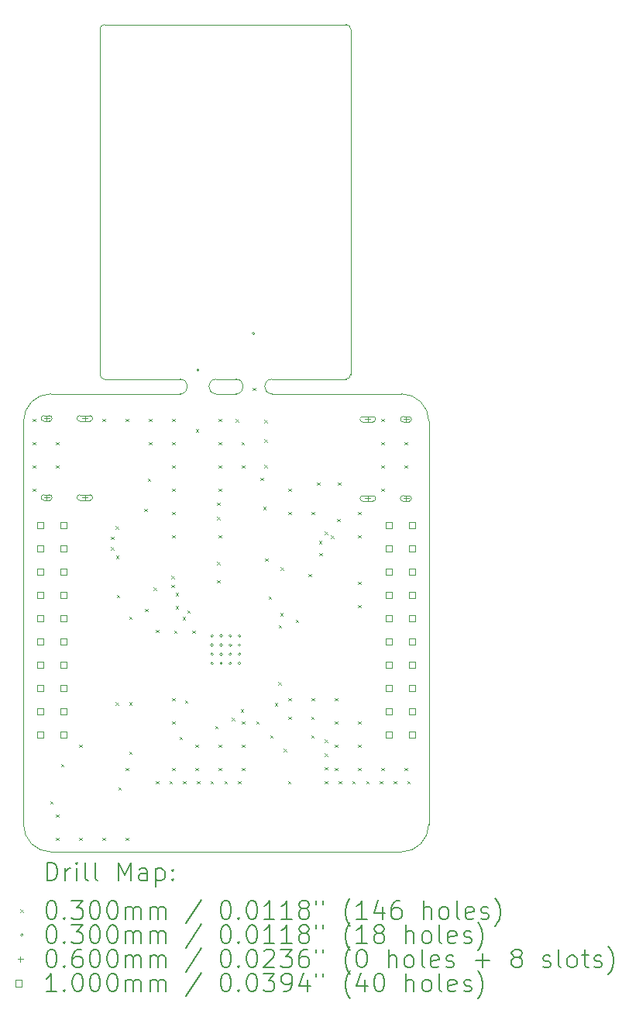
<source format=gbr>
%TF.GenerationSoftware,KiCad,Pcbnew,9.0.7*%
%TF.CreationDate,2026-02-02T18:06:44+06:00*%
%TF.ProjectId,ch585_dev,63683538-355f-4646-9576-2e6b69636164,rev?*%
%TF.SameCoordinates,Original*%
%TF.FileFunction,Drillmap*%
%TF.FilePolarity,Positive*%
%FSLAX45Y45*%
G04 Gerber Fmt 4.5, Leading zero omitted, Abs format (unit mm)*
G04 Created by KiCad (PCBNEW 9.0.7) date 2026-02-02 18:06:44*
%MOMM*%
%LPD*%
G01*
G04 APERTURE LIST*
%ADD10C,0.050000*%
%ADD11C,0.200000*%
%ADD12C,0.100000*%
G04 APERTURE END LIST*
D10*
X9020000Y-6960000D02*
G75*
G02*
X9320000Y-7260000I0J-300000D01*
G01*
X9020000Y-6960000D02*
X7709000Y-6960000D01*
X7709000Y-6800000D02*
X8416000Y-6800000D01*
X8466000Y-6750000D02*
G75*
G02*
X8416000Y-6800000I-50000J0D01*
G01*
X5776000Y-6800000D02*
G75*
G02*
X5726000Y-6750000I0J50000D01*
G01*
X5776000Y-2930000D02*
X8416000Y-2930000D01*
X9320000Y-11660000D02*
G75*
G02*
X9020000Y-11960000I-300000J0D01*
G01*
X5190000Y-11960000D02*
X9020000Y-11960000D01*
X4890000Y-7260000D02*
G75*
G02*
X5190000Y-6960000I300000J0D01*
G01*
X8466000Y-6750000D02*
X8466000Y-2980000D01*
X9320000Y-11660000D02*
X9320000Y-7260000D01*
X4890000Y-7260000D02*
X4890000Y-11660000D01*
X6489000Y-6960000D02*
X5190000Y-6960000D01*
X5190000Y-11960000D02*
G75*
G02*
X4890000Y-11660000I0J300000D01*
G01*
X5726000Y-2980000D02*
G75*
G02*
X5776000Y-2930000I50000J0D01*
G01*
X5726000Y-6750000D02*
X5726000Y-2980000D01*
X8416000Y-2930000D02*
G75*
G02*
X8466000Y-2980000I0J-50000D01*
G01*
X6489000Y-6800000D02*
X5776000Y-6800000D01*
X7109000Y-6800000D02*
X7212000Y-6800000D01*
X7109000Y-6960000D02*
X7212000Y-6960000D01*
X7709000Y-6800000D02*
X7606000Y-6800000D01*
X7709000Y-6960000D02*
X7606000Y-6960000D01*
X7212000Y-6800000D02*
G75*
G02*
X7212000Y-6960000I0J-80000D01*
G01*
X7606000Y-6960000D02*
G75*
G02*
X7606000Y-6800000I0J80000D01*
G01*
X6489000Y-6800000D02*
X6602000Y-6800000D01*
X6489000Y-6960000D02*
X6602000Y-6960000D01*
X7109000Y-6800000D02*
X6996000Y-6800000D01*
X7109000Y-6960000D02*
X6996000Y-6960000D01*
X6602000Y-6800000D02*
G75*
G02*
X6602000Y-6960000I0J-80000D01*
G01*
X6996000Y-6960000D02*
G75*
G02*
X6996000Y-6800000I0J80000D01*
G01*
D11*
D12*
X4989000Y-7230500D02*
X5019000Y-7260500D01*
X5019000Y-7230500D02*
X4989000Y-7260500D01*
X4989000Y-7484500D02*
X5019000Y-7514500D01*
X5019000Y-7484500D02*
X4989000Y-7514500D01*
X4989000Y-7738500D02*
X5019000Y-7768500D01*
X5019000Y-7738500D02*
X4989000Y-7768500D01*
X4989000Y-7992500D02*
X5019000Y-8022500D01*
X5019000Y-7992500D02*
X4989000Y-8022500D01*
X5182500Y-11407500D02*
X5212500Y-11437500D01*
X5212500Y-11407500D02*
X5182500Y-11437500D01*
X5243000Y-7484500D02*
X5273000Y-7514500D01*
X5273000Y-7484500D02*
X5243000Y-7514500D01*
X5243000Y-7738500D02*
X5273000Y-7768500D01*
X5273000Y-7738500D02*
X5243000Y-7768500D01*
X5243000Y-11548500D02*
X5273000Y-11578500D01*
X5273000Y-11548500D02*
X5243000Y-11578500D01*
X5243000Y-11802500D02*
X5273000Y-11832500D01*
X5273000Y-11802500D02*
X5243000Y-11832500D01*
X5300000Y-11000000D02*
X5330000Y-11030000D01*
X5330000Y-11000000D02*
X5300000Y-11030000D01*
X5497000Y-10786500D02*
X5527000Y-10816500D01*
X5527000Y-10786500D02*
X5497000Y-10816500D01*
X5497000Y-11802500D02*
X5527000Y-11832500D01*
X5527000Y-11802500D02*
X5497000Y-11832500D01*
X5751000Y-7230500D02*
X5781000Y-7260500D01*
X5781000Y-7230500D02*
X5751000Y-7260500D01*
X5751000Y-11802500D02*
X5781000Y-11832500D01*
X5781000Y-11802500D02*
X5751000Y-11832500D01*
X5845000Y-8519900D02*
X5875000Y-8549900D01*
X5875000Y-8519900D02*
X5845000Y-8549900D01*
X5845000Y-8635000D02*
X5875000Y-8665000D01*
X5875000Y-8635000D02*
X5845000Y-8665000D01*
X5898000Y-8405000D02*
X5928000Y-8435000D01*
X5928000Y-8405000D02*
X5898000Y-8435000D01*
X5898000Y-10325000D02*
X5928000Y-10355000D01*
X5928000Y-10325000D02*
X5898000Y-10355000D01*
X5901000Y-8725000D02*
X5931000Y-8755000D01*
X5931000Y-8725000D02*
X5901000Y-8755000D01*
X5908000Y-9155000D02*
X5938000Y-9185000D01*
X5938000Y-9155000D02*
X5908000Y-9185000D01*
X5925000Y-11255000D02*
X5955000Y-11285000D01*
X5955000Y-11255000D02*
X5925000Y-11285000D01*
X6005000Y-7230500D02*
X6035000Y-7260500D01*
X6035000Y-7230500D02*
X6005000Y-7260500D01*
X6005000Y-11040500D02*
X6035000Y-11070500D01*
X6035000Y-11040500D02*
X6005000Y-11070500D01*
X6005000Y-11802500D02*
X6035000Y-11832500D01*
X6035000Y-11802500D02*
X6005000Y-11832500D01*
X6043500Y-9390000D02*
X6073500Y-9420000D01*
X6073500Y-9390000D02*
X6043500Y-9420000D01*
X6045000Y-10325000D02*
X6075000Y-10355000D01*
X6075000Y-10325000D02*
X6045000Y-10355000D01*
X6045000Y-10865000D02*
X6075000Y-10895000D01*
X6075000Y-10865000D02*
X6045000Y-10895000D01*
X6208000Y-8215000D02*
X6238000Y-8245000D01*
X6238000Y-8215000D02*
X6208000Y-8245000D01*
X6219345Y-9305000D02*
X6249345Y-9335000D01*
X6249345Y-9305000D02*
X6219345Y-9335000D01*
X6248000Y-7885000D02*
X6278000Y-7915000D01*
X6278000Y-7885000D02*
X6248000Y-7915000D01*
X6259000Y-7230500D02*
X6289000Y-7260500D01*
X6289000Y-7230500D02*
X6259000Y-7260500D01*
X6259000Y-7484500D02*
X6289000Y-7514500D01*
X6289000Y-7484500D02*
X6259000Y-7514500D01*
X6311000Y-9075000D02*
X6341000Y-9105000D01*
X6341000Y-9075000D02*
X6311000Y-9105000D01*
X6335000Y-11185000D02*
X6365000Y-11215000D01*
X6365000Y-11185000D02*
X6335000Y-11215000D01*
X6338000Y-9535000D02*
X6368000Y-9565000D01*
X6368000Y-9535000D02*
X6338000Y-9565000D01*
X6485000Y-11185000D02*
X6515000Y-11215000D01*
X6515000Y-11185000D02*
X6485000Y-11215000D01*
X6505000Y-8945000D02*
X6535000Y-8975000D01*
X6535000Y-8945000D02*
X6505000Y-8975000D01*
X6505000Y-9045000D02*
X6535000Y-9075000D01*
X6535000Y-9045000D02*
X6505000Y-9075000D01*
X6513000Y-7230500D02*
X6543000Y-7260500D01*
X6543000Y-7230500D02*
X6513000Y-7260500D01*
X6513000Y-7484500D02*
X6543000Y-7514500D01*
X6543000Y-7484500D02*
X6513000Y-7514500D01*
X6513000Y-7738500D02*
X6543000Y-7768500D01*
X6543000Y-7738500D02*
X6513000Y-7768500D01*
X6513000Y-7992500D02*
X6543000Y-8022500D01*
X6543000Y-7992500D02*
X6513000Y-8022500D01*
X6513000Y-8246500D02*
X6543000Y-8276500D01*
X6543000Y-8246500D02*
X6513000Y-8276500D01*
X6513000Y-8500500D02*
X6543000Y-8530500D01*
X6543000Y-8500500D02*
X6513000Y-8530500D01*
X6513000Y-10278500D02*
X6543000Y-10308500D01*
X6543000Y-10278500D02*
X6513000Y-10308500D01*
X6513000Y-10532500D02*
X6543000Y-10562500D01*
X6543000Y-10532500D02*
X6513000Y-10562500D01*
X6513000Y-11040500D02*
X6543000Y-11070500D01*
X6543000Y-11040500D02*
X6513000Y-11070500D01*
X6535000Y-9545000D02*
X6565000Y-9575000D01*
X6565000Y-9545000D02*
X6535000Y-9575000D01*
X6551000Y-9135000D02*
X6581000Y-9165000D01*
X6581000Y-9135000D02*
X6551000Y-9165000D01*
X6551000Y-9275000D02*
X6581000Y-9305000D01*
X6581000Y-9275000D02*
X6551000Y-9305000D01*
X6595000Y-10705000D02*
X6625000Y-10735000D01*
X6625000Y-10705000D02*
X6595000Y-10735000D01*
X6631000Y-9395000D02*
X6661000Y-9425000D01*
X6661000Y-9395000D02*
X6631000Y-9425000D01*
X6635000Y-11185000D02*
X6665000Y-11215000D01*
X6665000Y-11185000D02*
X6635000Y-11215000D01*
X6655000Y-10305000D02*
X6685000Y-10335000D01*
X6685000Y-10305000D02*
X6655000Y-10335000D01*
X6681000Y-9325000D02*
X6711000Y-9355000D01*
X6711000Y-9325000D02*
X6681000Y-9355000D01*
X6735000Y-9545000D02*
X6765000Y-9575000D01*
X6765000Y-9545000D02*
X6735000Y-9575000D01*
X6767000Y-10786500D02*
X6797000Y-10816500D01*
X6797000Y-10786500D02*
X6767000Y-10816500D01*
X6767000Y-11040500D02*
X6797000Y-11070500D01*
X6797000Y-11040500D02*
X6767000Y-11070500D01*
X6772250Y-7345000D02*
X6802250Y-7375000D01*
X6802250Y-7345000D02*
X6772250Y-7375000D01*
X6785000Y-11185000D02*
X6815000Y-11215000D01*
X6815000Y-11185000D02*
X6785000Y-11215000D01*
X6935000Y-11185000D02*
X6965000Y-11215000D01*
X6965000Y-11185000D02*
X6935000Y-11215000D01*
X6985000Y-10585000D02*
X7015000Y-10615000D01*
X7015000Y-10585000D02*
X6985000Y-10615000D01*
X7005000Y-8145000D02*
X7035000Y-8175000D01*
X7035000Y-8145000D02*
X7005000Y-8175000D01*
X7005000Y-8305000D02*
X7035000Y-8335000D01*
X7035000Y-8305000D02*
X7005000Y-8335000D01*
X7005000Y-8795000D02*
X7035000Y-8825000D01*
X7035000Y-8795000D02*
X7005000Y-8825000D01*
X7008000Y-8995000D02*
X7038000Y-9025000D01*
X7038000Y-8995000D02*
X7008000Y-9025000D01*
X7021000Y-7230500D02*
X7051000Y-7260500D01*
X7051000Y-7230500D02*
X7021000Y-7260500D01*
X7021000Y-7484500D02*
X7051000Y-7514500D01*
X7051000Y-7484500D02*
X7021000Y-7514500D01*
X7021000Y-7738500D02*
X7051000Y-7768500D01*
X7051000Y-7738500D02*
X7021000Y-7768500D01*
X7021000Y-7992500D02*
X7051000Y-8022500D01*
X7051000Y-7992500D02*
X7021000Y-8022500D01*
X7021000Y-8500500D02*
X7051000Y-8530500D01*
X7051000Y-8500500D02*
X7021000Y-8530500D01*
X7021000Y-10786500D02*
X7051000Y-10816500D01*
X7051000Y-10786500D02*
X7021000Y-10816500D01*
X7021000Y-11040500D02*
X7051000Y-11070500D01*
X7051000Y-11040500D02*
X7021000Y-11070500D01*
X7085000Y-11185000D02*
X7115000Y-11215000D01*
X7115000Y-11185000D02*
X7085000Y-11215000D01*
X7165000Y-10495000D02*
X7195000Y-10525000D01*
X7195000Y-10495000D02*
X7165000Y-10525000D01*
X7211000Y-7235000D02*
X7241000Y-7265000D01*
X7241000Y-7235000D02*
X7211000Y-7265000D01*
X7235000Y-11185000D02*
X7265000Y-11215000D01*
X7265000Y-11185000D02*
X7235000Y-11215000D01*
X7265000Y-10405000D02*
X7295000Y-10435000D01*
X7295000Y-10405000D02*
X7265000Y-10435000D01*
X7271000Y-7485000D02*
X7301000Y-7515000D01*
X7301000Y-7485000D02*
X7271000Y-7515000D01*
X7275000Y-7738500D02*
X7305000Y-7768500D01*
X7305000Y-7738500D02*
X7275000Y-7768500D01*
X7275000Y-10532500D02*
X7305000Y-10562500D01*
X7305000Y-10532500D02*
X7275000Y-10562500D01*
X7275000Y-10786500D02*
X7305000Y-10816500D01*
X7305000Y-10786500D02*
X7275000Y-10816500D01*
X7275000Y-11040500D02*
X7305000Y-11070500D01*
X7305000Y-11040500D02*
X7275000Y-11070500D01*
X7394000Y-6895000D02*
X7424000Y-6925000D01*
X7424000Y-6895000D02*
X7394000Y-6925000D01*
X7435000Y-10535000D02*
X7465000Y-10565000D01*
X7465000Y-10535000D02*
X7435000Y-10565000D01*
X7481000Y-7875000D02*
X7511000Y-7905000D01*
X7511000Y-7875000D02*
X7481000Y-7905000D01*
X7511000Y-8195000D02*
X7541000Y-8225000D01*
X7541000Y-8195000D02*
X7511000Y-8225000D01*
X7521000Y-7245000D02*
X7551000Y-7275000D01*
X7551000Y-7245000D02*
X7521000Y-7275000D01*
X7521000Y-7455000D02*
X7551000Y-7485000D01*
X7551000Y-7455000D02*
X7521000Y-7485000D01*
X7521000Y-7735000D02*
X7551000Y-7765000D01*
X7551000Y-7735000D02*
X7521000Y-7765000D01*
X7529000Y-8754500D02*
X7559000Y-8784500D01*
X7559000Y-8754500D02*
X7529000Y-8784500D01*
X7570000Y-9170000D02*
X7600000Y-9200000D01*
X7600000Y-9170000D02*
X7570000Y-9200000D01*
X7585000Y-10685000D02*
X7615000Y-10715000D01*
X7615000Y-10685000D02*
X7585000Y-10715000D01*
X7635000Y-10335000D02*
X7665000Y-10365000D01*
X7665000Y-10335000D02*
X7635000Y-10365000D01*
X7675000Y-10105000D02*
X7705000Y-10135000D01*
X7705000Y-10105000D02*
X7675000Y-10135000D01*
X7677500Y-9482500D02*
X7707500Y-9512500D01*
X7707500Y-9482500D02*
X7677500Y-9512500D01*
X7695000Y-9355000D02*
X7725000Y-9385000D01*
X7725000Y-9355000D02*
X7695000Y-9385000D01*
X7698000Y-8855000D02*
X7728000Y-8885000D01*
X7728000Y-8855000D02*
X7698000Y-8885000D01*
X7735000Y-10835000D02*
X7765000Y-10865000D01*
X7765000Y-10835000D02*
X7735000Y-10865000D01*
X7780000Y-11185000D02*
X7810000Y-11215000D01*
X7810000Y-11185000D02*
X7780000Y-11215000D01*
X7783000Y-7992500D02*
X7813000Y-8022500D01*
X7813000Y-7992500D02*
X7783000Y-8022500D01*
X7783000Y-8246500D02*
X7813000Y-8276500D01*
X7813000Y-8246500D02*
X7783000Y-8276500D01*
X7783000Y-10278500D02*
X7813000Y-10308500D01*
X7813000Y-10278500D02*
X7783000Y-10308500D01*
X7785000Y-10485000D02*
X7815000Y-10515000D01*
X7815000Y-10485000D02*
X7785000Y-10515000D01*
X7865000Y-9425000D02*
X7895000Y-9455000D01*
X7895000Y-9425000D02*
X7865000Y-9455000D01*
X8005000Y-8925000D02*
X8035000Y-8955000D01*
X8035000Y-8925000D02*
X8005000Y-8955000D01*
X8035000Y-10485000D02*
X8065000Y-10515000D01*
X8065000Y-10485000D02*
X8035000Y-10515000D01*
X8035000Y-10685000D02*
X8065000Y-10715000D01*
X8065000Y-10685000D02*
X8035000Y-10715000D01*
X8037000Y-8246500D02*
X8067000Y-8276500D01*
X8067000Y-8246500D02*
X8037000Y-8276500D01*
X8037000Y-10278500D02*
X8067000Y-10308500D01*
X8067000Y-10278500D02*
X8037000Y-10308500D01*
X8098000Y-7925000D02*
X8128000Y-7955000D01*
X8128000Y-7925000D02*
X8098000Y-7955000D01*
X8121000Y-8565000D02*
X8151000Y-8595000D01*
X8151000Y-8565000D02*
X8121000Y-8595000D01*
X8125000Y-8695000D02*
X8155000Y-8725000D01*
X8155000Y-8695000D02*
X8125000Y-8725000D01*
X8181000Y-8465000D02*
X8211000Y-8495000D01*
X8211000Y-8465000D02*
X8181000Y-8495000D01*
X8185000Y-10735000D02*
X8215000Y-10765000D01*
X8215000Y-10735000D02*
X8185000Y-10765000D01*
X8185000Y-10885000D02*
X8215000Y-10915000D01*
X8215000Y-10885000D02*
X8185000Y-10915000D01*
X8185000Y-11035000D02*
X8215000Y-11065000D01*
X8215000Y-11035000D02*
X8185000Y-11065000D01*
X8185000Y-11185000D02*
X8215000Y-11215000D01*
X8215000Y-11185000D02*
X8185000Y-11215000D01*
X8251000Y-8505000D02*
X8281000Y-8535000D01*
X8281000Y-8505000D02*
X8251000Y-8535000D01*
X8291000Y-10278500D02*
X8321000Y-10308500D01*
X8321000Y-10278500D02*
X8291000Y-10308500D01*
X8291000Y-10532500D02*
X8321000Y-10562500D01*
X8321000Y-10532500D02*
X8291000Y-10562500D01*
X8291000Y-10786500D02*
X8321000Y-10816500D01*
X8321000Y-10786500D02*
X8291000Y-10816500D01*
X8291000Y-11040500D02*
X8321000Y-11070500D01*
X8321000Y-11040500D02*
X8291000Y-11070500D01*
X8318000Y-8325000D02*
X8348000Y-8355000D01*
X8348000Y-8325000D02*
X8318000Y-8355000D01*
X8328000Y-7925000D02*
X8358000Y-7955000D01*
X8358000Y-7925000D02*
X8328000Y-7955000D01*
X8335000Y-11185000D02*
X8365000Y-11215000D01*
X8365000Y-11185000D02*
X8335000Y-11215000D01*
X8485000Y-11185000D02*
X8515000Y-11215000D01*
X8515000Y-11185000D02*
X8485000Y-11215000D01*
X8545000Y-8246500D02*
X8575000Y-8276500D01*
X8575000Y-8246500D02*
X8545000Y-8276500D01*
X8545000Y-8500500D02*
X8575000Y-8530500D01*
X8575000Y-8500500D02*
X8545000Y-8530500D01*
X8545000Y-9008500D02*
X8575000Y-9038500D01*
X8575000Y-9008500D02*
X8545000Y-9038500D01*
X8545000Y-9262500D02*
X8575000Y-9292500D01*
X8575000Y-9262500D02*
X8545000Y-9292500D01*
X8545000Y-10532500D02*
X8575000Y-10562500D01*
X8575000Y-10532500D02*
X8545000Y-10562500D01*
X8545000Y-10786500D02*
X8575000Y-10816500D01*
X8575000Y-10786500D02*
X8545000Y-10816500D01*
X8545000Y-11040500D02*
X8575000Y-11070500D01*
X8575000Y-11040500D02*
X8545000Y-11070500D01*
X8635000Y-11185000D02*
X8665000Y-11215000D01*
X8665000Y-11185000D02*
X8635000Y-11215000D01*
X8785000Y-11185000D02*
X8815000Y-11215000D01*
X8815000Y-11185000D02*
X8785000Y-11215000D01*
X8799000Y-7230500D02*
X8829000Y-7260500D01*
X8829000Y-7230500D02*
X8799000Y-7260500D01*
X8799000Y-7484500D02*
X8829000Y-7514500D01*
X8829000Y-7484500D02*
X8799000Y-7514500D01*
X8799000Y-7738500D02*
X8829000Y-7768500D01*
X8829000Y-7738500D02*
X8799000Y-7768500D01*
X8799000Y-7992500D02*
X8829000Y-8022500D01*
X8829000Y-7992500D02*
X8799000Y-8022500D01*
X8799000Y-11040500D02*
X8829000Y-11070500D01*
X8829000Y-11040500D02*
X8799000Y-11070500D01*
X8935000Y-11185000D02*
X8965000Y-11215000D01*
X8965000Y-11185000D02*
X8935000Y-11215000D01*
X9053000Y-7484500D02*
X9083000Y-7514500D01*
X9083000Y-7484500D02*
X9053000Y-7514500D01*
X9053000Y-7738500D02*
X9083000Y-7768500D01*
X9083000Y-7738500D02*
X9053000Y-7768500D01*
X9053000Y-11040500D02*
X9083000Y-11070500D01*
X9083000Y-11040500D02*
X9053000Y-11070500D01*
X9085000Y-11185000D02*
X9115000Y-11215000D01*
X9115000Y-11185000D02*
X9085000Y-11215000D01*
X6811000Y-6700000D02*
G75*
G02*
X6781000Y-6700000I-15000J0D01*
G01*
X6781000Y-6700000D02*
G75*
G02*
X6811000Y-6700000I15000J0D01*
G01*
X6965000Y-9602500D02*
G75*
G02*
X6935000Y-9602500I-15000J0D01*
G01*
X6935000Y-9602500D02*
G75*
G02*
X6965000Y-9602500I15000J0D01*
G01*
X6965000Y-9702500D02*
G75*
G02*
X6935000Y-9702500I-15000J0D01*
G01*
X6935000Y-9702500D02*
G75*
G02*
X6965000Y-9702500I15000J0D01*
G01*
X6965000Y-9802500D02*
G75*
G02*
X6935000Y-9802500I-15000J0D01*
G01*
X6935000Y-9802500D02*
G75*
G02*
X6965000Y-9802500I15000J0D01*
G01*
X6965000Y-9902500D02*
G75*
G02*
X6935000Y-9902500I-15000J0D01*
G01*
X6935000Y-9902500D02*
G75*
G02*
X6965000Y-9902500I15000J0D01*
G01*
X7065000Y-9602500D02*
G75*
G02*
X7035000Y-9602500I-15000J0D01*
G01*
X7035000Y-9602500D02*
G75*
G02*
X7065000Y-9602500I15000J0D01*
G01*
X7065000Y-9702500D02*
G75*
G02*
X7035000Y-9702500I-15000J0D01*
G01*
X7035000Y-9702500D02*
G75*
G02*
X7065000Y-9702500I15000J0D01*
G01*
X7065000Y-9802500D02*
G75*
G02*
X7035000Y-9802500I-15000J0D01*
G01*
X7035000Y-9802500D02*
G75*
G02*
X7065000Y-9802500I15000J0D01*
G01*
X7065000Y-9902500D02*
G75*
G02*
X7035000Y-9902500I-15000J0D01*
G01*
X7035000Y-9902500D02*
G75*
G02*
X7065000Y-9902500I15000J0D01*
G01*
X7165000Y-9602500D02*
G75*
G02*
X7135000Y-9602500I-15000J0D01*
G01*
X7135000Y-9602500D02*
G75*
G02*
X7165000Y-9602500I15000J0D01*
G01*
X7165000Y-9702500D02*
G75*
G02*
X7135000Y-9702500I-15000J0D01*
G01*
X7135000Y-9702500D02*
G75*
G02*
X7165000Y-9702500I15000J0D01*
G01*
X7165000Y-9802500D02*
G75*
G02*
X7135000Y-9802500I-15000J0D01*
G01*
X7135000Y-9802500D02*
G75*
G02*
X7165000Y-9802500I15000J0D01*
G01*
X7165000Y-9902500D02*
G75*
G02*
X7135000Y-9902500I-15000J0D01*
G01*
X7135000Y-9902500D02*
G75*
G02*
X7165000Y-9902500I15000J0D01*
G01*
X7265000Y-9602500D02*
G75*
G02*
X7235000Y-9602500I-15000J0D01*
G01*
X7235000Y-9602500D02*
G75*
G02*
X7265000Y-9602500I15000J0D01*
G01*
X7265000Y-9702500D02*
G75*
G02*
X7235000Y-9702500I-15000J0D01*
G01*
X7235000Y-9702500D02*
G75*
G02*
X7265000Y-9702500I15000J0D01*
G01*
X7265000Y-9802500D02*
G75*
G02*
X7235000Y-9802500I-15000J0D01*
G01*
X7235000Y-9802500D02*
G75*
G02*
X7265000Y-9802500I15000J0D01*
G01*
X7265000Y-9902500D02*
G75*
G02*
X7235000Y-9902500I-15000J0D01*
G01*
X7235000Y-9902500D02*
G75*
G02*
X7265000Y-9902500I15000J0D01*
G01*
X7418000Y-6300000D02*
G75*
G02*
X7388000Y-6300000I-15000J0D01*
G01*
X7388000Y-6300000D02*
G75*
G02*
X7418000Y-6300000I15000J0D01*
G01*
X5142500Y-7198000D02*
X5142500Y-7258000D01*
X5112500Y-7228000D02*
X5172500Y-7228000D01*
X5172500Y-7198000D02*
X5112500Y-7198000D01*
X5112500Y-7258000D02*
G75*
G02*
X5112500Y-7198000I0J30000D01*
G01*
X5112500Y-7258000D02*
X5172500Y-7258000D01*
X5172500Y-7258000D02*
G75*
G03*
X5172500Y-7198000I0J30000D01*
G01*
X5142500Y-8062000D02*
X5142500Y-8122000D01*
X5112500Y-8092000D02*
X5172500Y-8092000D01*
X5172500Y-8062000D02*
X5112500Y-8062000D01*
X5112500Y-8122000D02*
G75*
G02*
X5112500Y-8062000I0J30000D01*
G01*
X5112500Y-8122000D02*
X5172500Y-8122000D01*
X5172500Y-8122000D02*
G75*
G03*
X5172500Y-8062000I0J30000D01*
G01*
X5560500Y-7198000D02*
X5560500Y-7258000D01*
X5530500Y-7228000D02*
X5590500Y-7228000D01*
X5615500Y-7198000D02*
X5505500Y-7198000D01*
X5505500Y-7258000D02*
G75*
G02*
X5505500Y-7198000I0J30000D01*
G01*
X5505500Y-7258000D02*
X5615500Y-7258000D01*
X5615500Y-7258000D02*
G75*
G03*
X5615500Y-7198000I0J30000D01*
G01*
X5560500Y-8062000D02*
X5560500Y-8122000D01*
X5530500Y-8092000D02*
X5590500Y-8092000D01*
X5615500Y-8062000D02*
X5505500Y-8062000D01*
X5505500Y-8122000D02*
G75*
G02*
X5505500Y-8062000I0J30000D01*
G01*
X5505500Y-8122000D02*
X5615500Y-8122000D01*
X5615500Y-8122000D02*
G75*
G03*
X5615500Y-8062000I0J30000D01*
G01*
X8652500Y-7208000D02*
X8652500Y-7268000D01*
X8622500Y-7238000D02*
X8682500Y-7238000D01*
X8597500Y-7268000D02*
X8707500Y-7268000D01*
X8707500Y-7208000D02*
G75*
G02*
X8707500Y-7268000I0J-30000D01*
G01*
X8707500Y-7208000D02*
X8597500Y-7208000D01*
X8597500Y-7208000D02*
G75*
G03*
X8597500Y-7268000I0J-30000D01*
G01*
X8652500Y-8072000D02*
X8652500Y-8132000D01*
X8622500Y-8102000D02*
X8682500Y-8102000D01*
X8597500Y-8132000D02*
X8707500Y-8132000D01*
X8707500Y-8072000D02*
G75*
G02*
X8707500Y-8132000I0J-30000D01*
G01*
X8707500Y-8072000D02*
X8597500Y-8072000D01*
X8597500Y-8072000D02*
G75*
G03*
X8597500Y-8132000I0J-30000D01*
G01*
X9070500Y-7208000D02*
X9070500Y-7268000D01*
X9040500Y-7238000D02*
X9100500Y-7238000D01*
X9040500Y-7268000D02*
X9100500Y-7268000D01*
X9100500Y-7208000D02*
G75*
G02*
X9100500Y-7268000I0J-30000D01*
G01*
X9100500Y-7208000D02*
X9040500Y-7208000D01*
X9040500Y-7208000D02*
G75*
G03*
X9040500Y-7268000I0J-30000D01*
G01*
X9070500Y-8072000D02*
X9070500Y-8132000D01*
X9040500Y-8102000D02*
X9100500Y-8102000D01*
X9040500Y-8132000D02*
X9100500Y-8132000D01*
X9100500Y-8072000D02*
G75*
G02*
X9100500Y-8132000I0J-30000D01*
G01*
X9100500Y-8072000D02*
X9040500Y-8072000D01*
X9040500Y-8072000D02*
G75*
G03*
X9040500Y-8132000I0J-30000D01*
G01*
X5107856Y-8429356D02*
X5107856Y-8358644D01*
X5037144Y-8358644D01*
X5037144Y-8429356D01*
X5107856Y-8429356D01*
X5107856Y-8683356D02*
X5107856Y-8612644D01*
X5037144Y-8612644D01*
X5037144Y-8683356D01*
X5107856Y-8683356D01*
X5107856Y-8937356D02*
X5107856Y-8866644D01*
X5037144Y-8866644D01*
X5037144Y-8937356D01*
X5107856Y-8937356D01*
X5107856Y-9191356D02*
X5107856Y-9120644D01*
X5037144Y-9120644D01*
X5037144Y-9191356D01*
X5107856Y-9191356D01*
X5107856Y-9445356D02*
X5107856Y-9374644D01*
X5037144Y-9374644D01*
X5037144Y-9445356D01*
X5107856Y-9445356D01*
X5107856Y-9699356D02*
X5107856Y-9628644D01*
X5037144Y-9628644D01*
X5037144Y-9699356D01*
X5107856Y-9699356D01*
X5107856Y-9953356D02*
X5107856Y-9882644D01*
X5037144Y-9882644D01*
X5037144Y-9953356D01*
X5107856Y-9953356D01*
X5107856Y-10207356D02*
X5107856Y-10136644D01*
X5037144Y-10136644D01*
X5037144Y-10207356D01*
X5107856Y-10207356D01*
X5107856Y-10461356D02*
X5107856Y-10390644D01*
X5037144Y-10390644D01*
X5037144Y-10461356D01*
X5107856Y-10461356D01*
X5107856Y-10715356D02*
X5107856Y-10644644D01*
X5037144Y-10644644D01*
X5037144Y-10715356D01*
X5107856Y-10715356D01*
X5361856Y-8429356D02*
X5361856Y-8358644D01*
X5291144Y-8358644D01*
X5291144Y-8429356D01*
X5361856Y-8429356D01*
X5361856Y-8683356D02*
X5361856Y-8612644D01*
X5291144Y-8612644D01*
X5291144Y-8683356D01*
X5361856Y-8683356D01*
X5361856Y-8937356D02*
X5361856Y-8866644D01*
X5291144Y-8866644D01*
X5291144Y-8937356D01*
X5361856Y-8937356D01*
X5361856Y-9191356D02*
X5361856Y-9120644D01*
X5291144Y-9120644D01*
X5291144Y-9191356D01*
X5361856Y-9191356D01*
X5361856Y-9445356D02*
X5361856Y-9374644D01*
X5291144Y-9374644D01*
X5291144Y-9445356D01*
X5361856Y-9445356D01*
X5361856Y-9699356D02*
X5361856Y-9628644D01*
X5291144Y-9628644D01*
X5291144Y-9699356D01*
X5361856Y-9699356D01*
X5361856Y-9953356D02*
X5361856Y-9882644D01*
X5291144Y-9882644D01*
X5291144Y-9953356D01*
X5361856Y-9953356D01*
X5361856Y-10207356D02*
X5361856Y-10136644D01*
X5291144Y-10136644D01*
X5291144Y-10207356D01*
X5361856Y-10207356D01*
X5361856Y-10461356D02*
X5361856Y-10390644D01*
X5291144Y-10390644D01*
X5291144Y-10461356D01*
X5361856Y-10461356D01*
X5361856Y-10715356D02*
X5361856Y-10644644D01*
X5291144Y-10644644D01*
X5291144Y-10715356D01*
X5361856Y-10715356D01*
X8917856Y-8429356D02*
X8917856Y-8358644D01*
X8847144Y-8358644D01*
X8847144Y-8429356D01*
X8917856Y-8429356D01*
X8917856Y-8683356D02*
X8917856Y-8612644D01*
X8847144Y-8612644D01*
X8847144Y-8683356D01*
X8917856Y-8683356D01*
X8917856Y-8937356D02*
X8917856Y-8866644D01*
X8847144Y-8866644D01*
X8847144Y-8937356D01*
X8917856Y-8937356D01*
X8917856Y-9191356D02*
X8917856Y-9120644D01*
X8847144Y-9120644D01*
X8847144Y-9191356D01*
X8917856Y-9191356D01*
X8917856Y-9445356D02*
X8917856Y-9374644D01*
X8847144Y-9374644D01*
X8847144Y-9445356D01*
X8917856Y-9445356D01*
X8917856Y-9699356D02*
X8917856Y-9628644D01*
X8847144Y-9628644D01*
X8847144Y-9699356D01*
X8917856Y-9699356D01*
X8917856Y-9953356D02*
X8917856Y-9882644D01*
X8847144Y-9882644D01*
X8847144Y-9953356D01*
X8917856Y-9953356D01*
X8917856Y-10207356D02*
X8917856Y-10136644D01*
X8847144Y-10136644D01*
X8847144Y-10207356D01*
X8917856Y-10207356D01*
X8917856Y-10461356D02*
X8917856Y-10390644D01*
X8847144Y-10390644D01*
X8847144Y-10461356D01*
X8917856Y-10461356D01*
X8917856Y-10715356D02*
X8917856Y-10644644D01*
X8847144Y-10644644D01*
X8847144Y-10715356D01*
X8917856Y-10715356D01*
X9171856Y-8429356D02*
X9171856Y-8358644D01*
X9101144Y-8358644D01*
X9101144Y-8429356D01*
X9171856Y-8429356D01*
X9171856Y-8683356D02*
X9171856Y-8612644D01*
X9101144Y-8612644D01*
X9101144Y-8683356D01*
X9171856Y-8683356D01*
X9171856Y-8937356D02*
X9171856Y-8866644D01*
X9101144Y-8866644D01*
X9101144Y-8937356D01*
X9171856Y-8937356D01*
X9171856Y-9191356D02*
X9171856Y-9120644D01*
X9101144Y-9120644D01*
X9101144Y-9191356D01*
X9171856Y-9191356D01*
X9171856Y-9445356D02*
X9171856Y-9374644D01*
X9101144Y-9374644D01*
X9101144Y-9445356D01*
X9171856Y-9445356D01*
X9171856Y-9699356D02*
X9171856Y-9628644D01*
X9101144Y-9628644D01*
X9101144Y-9699356D01*
X9171856Y-9699356D01*
X9171856Y-9953356D02*
X9171856Y-9882644D01*
X9101144Y-9882644D01*
X9101144Y-9953356D01*
X9171856Y-9953356D01*
X9171856Y-10207356D02*
X9171856Y-10136644D01*
X9101144Y-10136644D01*
X9101144Y-10207356D01*
X9171856Y-10207356D01*
X9171856Y-10461356D02*
X9171856Y-10390644D01*
X9101144Y-10390644D01*
X9101144Y-10461356D01*
X9171856Y-10461356D01*
X9171856Y-10715356D02*
X9171856Y-10644644D01*
X9101144Y-10644644D01*
X9101144Y-10715356D01*
X9171856Y-10715356D01*
D11*
X5148277Y-12273984D02*
X5148277Y-12073984D01*
X5148277Y-12073984D02*
X5195896Y-12073984D01*
X5195896Y-12073984D02*
X5224467Y-12083508D01*
X5224467Y-12083508D02*
X5243515Y-12102555D01*
X5243515Y-12102555D02*
X5253039Y-12121603D01*
X5253039Y-12121603D02*
X5262563Y-12159698D01*
X5262563Y-12159698D02*
X5262563Y-12188269D01*
X5262563Y-12188269D02*
X5253039Y-12226365D01*
X5253039Y-12226365D02*
X5243515Y-12245412D01*
X5243515Y-12245412D02*
X5224467Y-12264460D01*
X5224467Y-12264460D02*
X5195896Y-12273984D01*
X5195896Y-12273984D02*
X5148277Y-12273984D01*
X5348277Y-12273984D02*
X5348277Y-12140650D01*
X5348277Y-12178746D02*
X5357801Y-12159698D01*
X5357801Y-12159698D02*
X5367324Y-12150174D01*
X5367324Y-12150174D02*
X5386372Y-12140650D01*
X5386372Y-12140650D02*
X5405420Y-12140650D01*
X5472086Y-12273984D02*
X5472086Y-12140650D01*
X5472086Y-12073984D02*
X5462563Y-12083508D01*
X5462563Y-12083508D02*
X5472086Y-12093031D01*
X5472086Y-12093031D02*
X5481610Y-12083508D01*
X5481610Y-12083508D02*
X5472086Y-12073984D01*
X5472086Y-12073984D02*
X5472086Y-12093031D01*
X5595896Y-12273984D02*
X5576848Y-12264460D01*
X5576848Y-12264460D02*
X5567324Y-12245412D01*
X5567324Y-12245412D02*
X5567324Y-12073984D01*
X5700658Y-12273984D02*
X5681610Y-12264460D01*
X5681610Y-12264460D02*
X5672086Y-12245412D01*
X5672086Y-12245412D02*
X5672086Y-12073984D01*
X5929229Y-12273984D02*
X5929229Y-12073984D01*
X5929229Y-12073984D02*
X5995896Y-12216841D01*
X5995896Y-12216841D02*
X6062562Y-12073984D01*
X6062562Y-12073984D02*
X6062562Y-12273984D01*
X6243515Y-12273984D02*
X6243515Y-12169222D01*
X6243515Y-12169222D02*
X6233991Y-12150174D01*
X6233991Y-12150174D02*
X6214943Y-12140650D01*
X6214943Y-12140650D02*
X6176848Y-12140650D01*
X6176848Y-12140650D02*
X6157801Y-12150174D01*
X6243515Y-12264460D02*
X6224467Y-12273984D01*
X6224467Y-12273984D02*
X6176848Y-12273984D01*
X6176848Y-12273984D02*
X6157801Y-12264460D01*
X6157801Y-12264460D02*
X6148277Y-12245412D01*
X6148277Y-12245412D02*
X6148277Y-12226365D01*
X6148277Y-12226365D02*
X6157801Y-12207317D01*
X6157801Y-12207317D02*
X6176848Y-12197793D01*
X6176848Y-12197793D02*
X6224467Y-12197793D01*
X6224467Y-12197793D02*
X6243515Y-12188269D01*
X6338753Y-12140650D02*
X6338753Y-12340650D01*
X6338753Y-12150174D02*
X6357801Y-12140650D01*
X6357801Y-12140650D02*
X6395896Y-12140650D01*
X6395896Y-12140650D02*
X6414943Y-12150174D01*
X6414943Y-12150174D02*
X6424467Y-12159698D01*
X6424467Y-12159698D02*
X6433991Y-12178746D01*
X6433991Y-12178746D02*
X6433991Y-12235888D01*
X6433991Y-12235888D02*
X6424467Y-12254936D01*
X6424467Y-12254936D02*
X6414943Y-12264460D01*
X6414943Y-12264460D02*
X6395896Y-12273984D01*
X6395896Y-12273984D02*
X6357801Y-12273984D01*
X6357801Y-12273984D02*
X6338753Y-12264460D01*
X6519705Y-12254936D02*
X6529229Y-12264460D01*
X6529229Y-12264460D02*
X6519705Y-12273984D01*
X6519705Y-12273984D02*
X6510182Y-12264460D01*
X6510182Y-12264460D02*
X6519705Y-12254936D01*
X6519705Y-12254936D02*
X6519705Y-12273984D01*
X6519705Y-12150174D02*
X6529229Y-12159698D01*
X6529229Y-12159698D02*
X6519705Y-12169222D01*
X6519705Y-12169222D02*
X6510182Y-12159698D01*
X6510182Y-12159698D02*
X6519705Y-12150174D01*
X6519705Y-12150174D02*
X6519705Y-12169222D01*
D12*
X4857500Y-12587500D02*
X4887500Y-12617500D01*
X4887500Y-12587500D02*
X4857500Y-12617500D01*
D11*
X5186372Y-12493984D02*
X5205420Y-12493984D01*
X5205420Y-12493984D02*
X5224467Y-12503508D01*
X5224467Y-12503508D02*
X5233991Y-12513031D01*
X5233991Y-12513031D02*
X5243515Y-12532079D01*
X5243515Y-12532079D02*
X5253039Y-12570174D01*
X5253039Y-12570174D02*
X5253039Y-12617793D01*
X5253039Y-12617793D02*
X5243515Y-12655888D01*
X5243515Y-12655888D02*
X5233991Y-12674936D01*
X5233991Y-12674936D02*
X5224467Y-12684460D01*
X5224467Y-12684460D02*
X5205420Y-12693984D01*
X5205420Y-12693984D02*
X5186372Y-12693984D01*
X5186372Y-12693984D02*
X5167324Y-12684460D01*
X5167324Y-12684460D02*
X5157801Y-12674936D01*
X5157801Y-12674936D02*
X5148277Y-12655888D01*
X5148277Y-12655888D02*
X5138753Y-12617793D01*
X5138753Y-12617793D02*
X5138753Y-12570174D01*
X5138753Y-12570174D02*
X5148277Y-12532079D01*
X5148277Y-12532079D02*
X5157801Y-12513031D01*
X5157801Y-12513031D02*
X5167324Y-12503508D01*
X5167324Y-12503508D02*
X5186372Y-12493984D01*
X5338753Y-12674936D02*
X5348277Y-12684460D01*
X5348277Y-12684460D02*
X5338753Y-12693984D01*
X5338753Y-12693984D02*
X5329229Y-12684460D01*
X5329229Y-12684460D02*
X5338753Y-12674936D01*
X5338753Y-12674936D02*
X5338753Y-12693984D01*
X5414944Y-12493984D02*
X5538753Y-12493984D01*
X5538753Y-12493984D02*
X5472086Y-12570174D01*
X5472086Y-12570174D02*
X5500658Y-12570174D01*
X5500658Y-12570174D02*
X5519705Y-12579698D01*
X5519705Y-12579698D02*
X5529229Y-12589222D01*
X5529229Y-12589222D02*
X5538753Y-12608269D01*
X5538753Y-12608269D02*
X5538753Y-12655888D01*
X5538753Y-12655888D02*
X5529229Y-12674936D01*
X5529229Y-12674936D02*
X5519705Y-12684460D01*
X5519705Y-12684460D02*
X5500658Y-12693984D01*
X5500658Y-12693984D02*
X5443515Y-12693984D01*
X5443515Y-12693984D02*
X5424467Y-12684460D01*
X5424467Y-12684460D02*
X5414944Y-12674936D01*
X5662562Y-12493984D02*
X5681610Y-12493984D01*
X5681610Y-12493984D02*
X5700658Y-12503508D01*
X5700658Y-12503508D02*
X5710182Y-12513031D01*
X5710182Y-12513031D02*
X5719705Y-12532079D01*
X5719705Y-12532079D02*
X5729229Y-12570174D01*
X5729229Y-12570174D02*
X5729229Y-12617793D01*
X5729229Y-12617793D02*
X5719705Y-12655888D01*
X5719705Y-12655888D02*
X5710182Y-12674936D01*
X5710182Y-12674936D02*
X5700658Y-12684460D01*
X5700658Y-12684460D02*
X5681610Y-12693984D01*
X5681610Y-12693984D02*
X5662562Y-12693984D01*
X5662562Y-12693984D02*
X5643515Y-12684460D01*
X5643515Y-12684460D02*
X5633991Y-12674936D01*
X5633991Y-12674936D02*
X5624467Y-12655888D01*
X5624467Y-12655888D02*
X5614943Y-12617793D01*
X5614943Y-12617793D02*
X5614943Y-12570174D01*
X5614943Y-12570174D02*
X5624467Y-12532079D01*
X5624467Y-12532079D02*
X5633991Y-12513031D01*
X5633991Y-12513031D02*
X5643515Y-12503508D01*
X5643515Y-12503508D02*
X5662562Y-12493984D01*
X5853039Y-12493984D02*
X5872086Y-12493984D01*
X5872086Y-12493984D02*
X5891134Y-12503508D01*
X5891134Y-12503508D02*
X5900658Y-12513031D01*
X5900658Y-12513031D02*
X5910182Y-12532079D01*
X5910182Y-12532079D02*
X5919705Y-12570174D01*
X5919705Y-12570174D02*
X5919705Y-12617793D01*
X5919705Y-12617793D02*
X5910182Y-12655888D01*
X5910182Y-12655888D02*
X5900658Y-12674936D01*
X5900658Y-12674936D02*
X5891134Y-12684460D01*
X5891134Y-12684460D02*
X5872086Y-12693984D01*
X5872086Y-12693984D02*
X5853039Y-12693984D01*
X5853039Y-12693984D02*
X5833991Y-12684460D01*
X5833991Y-12684460D02*
X5824467Y-12674936D01*
X5824467Y-12674936D02*
X5814943Y-12655888D01*
X5814943Y-12655888D02*
X5805420Y-12617793D01*
X5805420Y-12617793D02*
X5805420Y-12570174D01*
X5805420Y-12570174D02*
X5814943Y-12532079D01*
X5814943Y-12532079D02*
X5824467Y-12513031D01*
X5824467Y-12513031D02*
X5833991Y-12503508D01*
X5833991Y-12503508D02*
X5853039Y-12493984D01*
X6005420Y-12693984D02*
X6005420Y-12560650D01*
X6005420Y-12579698D02*
X6014943Y-12570174D01*
X6014943Y-12570174D02*
X6033991Y-12560650D01*
X6033991Y-12560650D02*
X6062563Y-12560650D01*
X6062563Y-12560650D02*
X6081610Y-12570174D01*
X6081610Y-12570174D02*
X6091134Y-12589222D01*
X6091134Y-12589222D02*
X6091134Y-12693984D01*
X6091134Y-12589222D02*
X6100658Y-12570174D01*
X6100658Y-12570174D02*
X6119705Y-12560650D01*
X6119705Y-12560650D02*
X6148277Y-12560650D01*
X6148277Y-12560650D02*
X6167324Y-12570174D01*
X6167324Y-12570174D02*
X6176848Y-12589222D01*
X6176848Y-12589222D02*
X6176848Y-12693984D01*
X6272086Y-12693984D02*
X6272086Y-12560650D01*
X6272086Y-12579698D02*
X6281610Y-12570174D01*
X6281610Y-12570174D02*
X6300658Y-12560650D01*
X6300658Y-12560650D02*
X6329229Y-12560650D01*
X6329229Y-12560650D02*
X6348277Y-12570174D01*
X6348277Y-12570174D02*
X6357801Y-12589222D01*
X6357801Y-12589222D02*
X6357801Y-12693984D01*
X6357801Y-12589222D02*
X6367324Y-12570174D01*
X6367324Y-12570174D02*
X6386372Y-12560650D01*
X6386372Y-12560650D02*
X6414943Y-12560650D01*
X6414943Y-12560650D02*
X6433991Y-12570174D01*
X6433991Y-12570174D02*
X6443515Y-12589222D01*
X6443515Y-12589222D02*
X6443515Y-12693984D01*
X6833991Y-12484460D02*
X6662563Y-12741603D01*
X7091134Y-12493984D02*
X7110182Y-12493984D01*
X7110182Y-12493984D02*
X7129229Y-12503508D01*
X7129229Y-12503508D02*
X7138753Y-12513031D01*
X7138753Y-12513031D02*
X7148277Y-12532079D01*
X7148277Y-12532079D02*
X7157801Y-12570174D01*
X7157801Y-12570174D02*
X7157801Y-12617793D01*
X7157801Y-12617793D02*
X7148277Y-12655888D01*
X7148277Y-12655888D02*
X7138753Y-12674936D01*
X7138753Y-12674936D02*
X7129229Y-12684460D01*
X7129229Y-12684460D02*
X7110182Y-12693984D01*
X7110182Y-12693984D02*
X7091134Y-12693984D01*
X7091134Y-12693984D02*
X7072086Y-12684460D01*
X7072086Y-12684460D02*
X7062563Y-12674936D01*
X7062563Y-12674936D02*
X7053039Y-12655888D01*
X7053039Y-12655888D02*
X7043515Y-12617793D01*
X7043515Y-12617793D02*
X7043515Y-12570174D01*
X7043515Y-12570174D02*
X7053039Y-12532079D01*
X7053039Y-12532079D02*
X7062563Y-12513031D01*
X7062563Y-12513031D02*
X7072086Y-12503508D01*
X7072086Y-12503508D02*
X7091134Y-12493984D01*
X7243515Y-12674936D02*
X7253039Y-12684460D01*
X7253039Y-12684460D02*
X7243515Y-12693984D01*
X7243515Y-12693984D02*
X7233991Y-12684460D01*
X7233991Y-12684460D02*
X7243515Y-12674936D01*
X7243515Y-12674936D02*
X7243515Y-12693984D01*
X7376848Y-12493984D02*
X7395896Y-12493984D01*
X7395896Y-12493984D02*
X7414944Y-12503508D01*
X7414944Y-12503508D02*
X7424467Y-12513031D01*
X7424467Y-12513031D02*
X7433991Y-12532079D01*
X7433991Y-12532079D02*
X7443515Y-12570174D01*
X7443515Y-12570174D02*
X7443515Y-12617793D01*
X7443515Y-12617793D02*
X7433991Y-12655888D01*
X7433991Y-12655888D02*
X7424467Y-12674936D01*
X7424467Y-12674936D02*
X7414944Y-12684460D01*
X7414944Y-12684460D02*
X7395896Y-12693984D01*
X7395896Y-12693984D02*
X7376848Y-12693984D01*
X7376848Y-12693984D02*
X7357801Y-12684460D01*
X7357801Y-12684460D02*
X7348277Y-12674936D01*
X7348277Y-12674936D02*
X7338753Y-12655888D01*
X7338753Y-12655888D02*
X7329229Y-12617793D01*
X7329229Y-12617793D02*
X7329229Y-12570174D01*
X7329229Y-12570174D02*
X7338753Y-12532079D01*
X7338753Y-12532079D02*
X7348277Y-12513031D01*
X7348277Y-12513031D02*
X7357801Y-12503508D01*
X7357801Y-12503508D02*
X7376848Y-12493984D01*
X7633991Y-12693984D02*
X7519706Y-12693984D01*
X7576848Y-12693984D02*
X7576848Y-12493984D01*
X7576848Y-12493984D02*
X7557801Y-12522555D01*
X7557801Y-12522555D02*
X7538753Y-12541603D01*
X7538753Y-12541603D02*
X7519706Y-12551127D01*
X7824467Y-12693984D02*
X7710182Y-12693984D01*
X7767325Y-12693984D02*
X7767325Y-12493984D01*
X7767325Y-12493984D02*
X7748277Y-12522555D01*
X7748277Y-12522555D02*
X7729229Y-12541603D01*
X7729229Y-12541603D02*
X7710182Y-12551127D01*
X7938753Y-12579698D02*
X7919706Y-12570174D01*
X7919706Y-12570174D02*
X7910182Y-12560650D01*
X7910182Y-12560650D02*
X7900658Y-12541603D01*
X7900658Y-12541603D02*
X7900658Y-12532079D01*
X7900658Y-12532079D02*
X7910182Y-12513031D01*
X7910182Y-12513031D02*
X7919706Y-12503508D01*
X7919706Y-12503508D02*
X7938753Y-12493984D01*
X7938753Y-12493984D02*
X7976848Y-12493984D01*
X7976848Y-12493984D02*
X7995896Y-12503508D01*
X7995896Y-12503508D02*
X8005420Y-12513031D01*
X8005420Y-12513031D02*
X8014944Y-12532079D01*
X8014944Y-12532079D02*
X8014944Y-12541603D01*
X8014944Y-12541603D02*
X8005420Y-12560650D01*
X8005420Y-12560650D02*
X7995896Y-12570174D01*
X7995896Y-12570174D02*
X7976848Y-12579698D01*
X7976848Y-12579698D02*
X7938753Y-12579698D01*
X7938753Y-12579698D02*
X7919706Y-12589222D01*
X7919706Y-12589222D02*
X7910182Y-12598746D01*
X7910182Y-12598746D02*
X7900658Y-12617793D01*
X7900658Y-12617793D02*
X7900658Y-12655888D01*
X7900658Y-12655888D02*
X7910182Y-12674936D01*
X7910182Y-12674936D02*
X7919706Y-12684460D01*
X7919706Y-12684460D02*
X7938753Y-12693984D01*
X7938753Y-12693984D02*
X7976848Y-12693984D01*
X7976848Y-12693984D02*
X7995896Y-12684460D01*
X7995896Y-12684460D02*
X8005420Y-12674936D01*
X8005420Y-12674936D02*
X8014944Y-12655888D01*
X8014944Y-12655888D02*
X8014944Y-12617793D01*
X8014944Y-12617793D02*
X8005420Y-12598746D01*
X8005420Y-12598746D02*
X7995896Y-12589222D01*
X7995896Y-12589222D02*
X7976848Y-12579698D01*
X8091134Y-12493984D02*
X8091134Y-12532079D01*
X8167325Y-12493984D02*
X8167325Y-12532079D01*
X8462563Y-12770174D02*
X8453039Y-12760650D01*
X8453039Y-12760650D02*
X8433991Y-12732079D01*
X8433991Y-12732079D02*
X8424468Y-12713031D01*
X8424468Y-12713031D02*
X8414944Y-12684460D01*
X8414944Y-12684460D02*
X8405420Y-12636841D01*
X8405420Y-12636841D02*
X8405420Y-12598746D01*
X8405420Y-12598746D02*
X8414944Y-12551127D01*
X8414944Y-12551127D02*
X8424468Y-12522555D01*
X8424468Y-12522555D02*
X8433991Y-12503508D01*
X8433991Y-12503508D02*
X8453039Y-12474936D01*
X8453039Y-12474936D02*
X8462563Y-12465412D01*
X8643515Y-12693984D02*
X8529230Y-12693984D01*
X8586372Y-12693984D02*
X8586372Y-12493984D01*
X8586372Y-12493984D02*
X8567325Y-12522555D01*
X8567325Y-12522555D02*
X8548277Y-12541603D01*
X8548277Y-12541603D02*
X8529230Y-12551127D01*
X8814944Y-12560650D02*
X8814944Y-12693984D01*
X8767325Y-12484460D02*
X8719706Y-12627317D01*
X8719706Y-12627317D02*
X8843515Y-12627317D01*
X9005420Y-12493984D02*
X8967325Y-12493984D01*
X8967325Y-12493984D02*
X8948277Y-12503508D01*
X8948277Y-12503508D02*
X8938753Y-12513031D01*
X8938753Y-12513031D02*
X8919706Y-12541603D01*
X8919706Y-12541603D02*
X8910182Y-12579698D01*
X8910182Y-12579698D02*
X8910182Y-12655888D01*
X8910182Y-12655888D02*
X8919706Y-12674936D01*
X8919706Y-12674936D02*
X8929230Y-12684460D01*
X8929230Y-12684460D02*
X8948277Y-12693984D01*
X8948277Y-12693984D02*
X8986372Y-12693984D01*
X8986372Y-12693984D02*
X9005420Y-12684460D01*
X9005420Y-12684460D02*
X9014944Y-12674936D01*
X9014944Y-12674936D02*
X9024468Y-12655888D01*
X9024468Y-12655888D02*
X9024468Y-12608269D01*
X9024468Y-12608269D02*
X9014944Y-12589222D01*
X9014944Y-12589222D02*
X9005420Y-12579698D01*
X9005420Y-12579698D02*
X8986372Y-12570174D01*
X8986372Y-12570174D02*
X8948277Y-12570174D01*
X8948277Y-12570174D02*
X8929230Y-12579698D01*
X8929230Y-12579698D02*
X8919706Y-12589222D01*
X8919706Y-12589222D02*
X8910182Y-12608269D01*
X9262563Y-12693984D02*
X9262563Y-12493984D01*
X9348277Y-12693984D02*
X9348277Y-12589222D01*
X9348277Y-12589222D02*
X9338753Y-12570174D01*
X9338753Y-12570174D02*
X9319706Y-12560650D01*
X9319706Y-12560650D02*
X9291134Y-12560650D01*
X9291134Y-12560650D02*
X9272087Y-12570174D01*
X9272087Y-12570174D02*
X9262563Y-12579698D01*
X9472087Y-12693984D02*
X9453039Y-12684460D01*
X9453039Y-12684460D02*
X9443515Y-12674936D01*
X9443515Y-12674936D02*
X9433992Y-12655888D01*
X9433992Y-12655888D02*
X9433992Y-12598746D01*
X9433992Y-12598746D02*
X9443515Y-12579698D01*
X9443515Y-12579698D02*
X9453039Y-12570174D01*
X9453039Y-12570174D02*
X9472087Y-12560650D01*
X9472087Y-12560650D02*
X9500658Y-12560650D01*
X9500658Y-12560650D02*
X9519706Y-12570174D01*
X9519706Y-12570174D02*
X9529230Y-12579698D01*
X9529230Y-12579698D02*
X9538753Y-12598746D01*
X9538753Y-12598746D02*
X9538753Y-12655888D01*
X9538753Y-12655888D02*
X9529230Y-12674936D01*
X9529230Y-12674936D02*
X9519706Y-12684460D01*
X9519706Y-12684460D02*
X9500658Y-12693984D01*
X9500658Y-12693984D02*
X9472087Y-12693984D01*
X9653039Y-12693984D02*
X9633992Y-12684460D01*
X9633992Y-12684460D02*
X9624468Y-12665412D01*
X9624468Y-12665412D02*
X9624468Y-12493984D01*
X9805420Y-12684460D02*
X9786373Y-12693984D01*
X9786373Y-12693984D02*
X9748277Y-12693984D01*
X9748277Y-12693984D02*
X9729230Y-12684460D01*
X9729230Y-12684460D02*
X9719706Y-12665412D01*
X9719706Y-12665412D02*
X9719706Y-12589222D01*
X9719706Y-12589222D02*
X9729230Y-12570174D01*
X9729230Y-12570174D02*
X9748277Y-12560650D01*
X9748277Y-12560650D02*
X9786373Y-12560650D01*
X9786373Y-12560650D02*
X9805420Y-12570174D01*
X9805420Y-12570174D02*
X9814944Y-12589222D01*
X9814944Y-12589222D02*
X9814944Y-12608269D01*
X9814944Y-12608269D02*
X9719706Y-12627317D01*
X9891134Y-12684460D02*
X9910182Y-12693984D01*
X9910182Y-12693984D02*
X9948277Y-12693984D01*
X9948277Y-12693984D02*
X9967325Y-12684460D01*
X9967325Y-12684460D02*
X9976849Y-12665412D01*
X9976849Y-12665412D02*
X9976849Y-12655888D01*
X9976849Y-12655888D02*
X9967325Y-12636841D01*
X9967325Y-12636841D02*
X9948277Y-12627317D01*
X9948277Y-12627317D02*
X9919706Y-12627317D01*
X9919706Y-12627317D02*
X9900658Y-12617793D01*
X9900658Y-12617793D02*
X9891134Y-12598746D01*
X9891134Y-12598746D02*
X9891134Y-12589222D01*
X9891134Y-12589222D02*
X9900658Y-12570174D01*
X9900658Y-12570174D02*
X9919706Y-12560650D01*
X9919706Y-12560650D02*
X9948277Y-12560650D01*
X9948277Y-12560650D02*
X9967325Y-12570174D01*
X10043515Y-12770174D02*
X10053039Y-12760650D01*
X10053039Y-12760650D02*
X10072087Y-12732079D01*
X10072087Y-12732079D02*
X10081611Y-12713031D01*
X10081611Y-12713031D02*
X10091134Y-12684460D01*
X10091134Y-12684460D02*
X10100658Y-12636841D01*
X10100658Y-12636841D02*
X10100658Y-12598746D01*
X10100658Y-12598746D02*
X10091134Y-12551127D01*
X10091134Y-12551127D02*
X10081611Y-12522555D01*
X10081611Y-12522555D02*
X10072087Y-12503508D01*
X10072087Y-12503508D02*
X10053039Y-12474936D01*
X10053039Y-12474936D02*
X10043515Y-12465412D01*
D12*
X4887500Y-12866500D02*
G75*
G02*
X4857500Y-12866500I-15000J0D01*
G01*
X4857500Y-12866500D02*
G75*
G02*
X4887500Y-12866500I15000J0D01*
G01*
D11*
X5186372Y-12757984D02*
X5205420Y-12757984D01*
X5205420Y-12757984D02*
X5224467Y-12767508D01*
X5224467Y-12767508D02*
X5233991Y-12777031D01*
X5233991Y-12777031D02*
X5243515Y-12796079D01*
X5243515Y-12796079D02*
X5253039Y-12834174D01*
X5253039Y-12834174D02*
X5253039Y-12881793D01*
X5253039Y-12881793D02*
X5243515Y-12919888D01*
X5243515Y-12919888D02*
X5233991Y-12938936D01*
X5233991Y-12938936D02*
X5224467Y-12948460D01*
X5224467Y-12948460D02*
X5205420Y-12957984D01*
X5205420Y-12957984D02*
X5186372Y-12957984D01*
X5186372Y-12957984D02*
X5167324Y-12948460D01*
X5167324Y-12948460D02*
X5157801Y-12938936D01*
X5157801Y-12938936D02*
X5148277Y-12919888D01*
X5148277Y-12919888D02*
X5138753Y-12881793D01*
X5138753Y-12881793D02*
X5138753Y-12834174D01*
X5138753Y-12834174D02*
X5148277Y-12796079D01*
X5148277Y-12796079D02*
X5157801Y-12777031D01*
X5157801Y-12777031D02*
X5167324Y-12767508D01*
X5167324Y-12767508D02*
X5186372Y-12757984D01*
X5338753Y-12938936D02*
X5348277Y-12948460D01*
X5348277Y-12948460D02*
X5338753Y-12957984D01*
X5338753Y-12957984D02*
X5329229Y-12948460D01*
X5329229Y-12948460D02*
X5338753Y-12938936D01*
X5338753Y-12938936D02*
X5338753Y-12957984D01*
X5414944Y-12757984D02*
X5538753Y-12757984D01*
X5538753Y-12757984D02*
X5472086Y-12834174D01*
X5472086Y-12834174D02*
X5500658Y-12834174D01*
X5500658Y-12834174D02*
X5519705Y-12843698D01*
X5519705Y-12843698D02*
X5529229Y-12853222D01*
X5529229Y-12853222D02*
X5538753Y-12872269D01*
X5538753Y-12872269D02*
X5538753Y-12919888D01*
X5538753Y-12919888D02*
X5529229Y-12938936D01*
X5529229Y-12938936D02*
X5519705Y-12948460D01*
X5519705Y-12948460D02*
X5500658Y-12957984D01*
X5500658Y-12957984D02*
X5443515Y-12957984D01*
X5443515Y-12957984D02*
X5424467Y-12948460D01*
X5424467Y-12948460D02*
X5414944Y-12938936D01*
X5662562Y-12757984D02*
X5681610Y-12757984D01*
X5681610Y-12757984D02*
X5700658Y-12767508D01*
X5700658Y-12767508D02*
X5710182Y-12777031D01*
X5710182Y-12777031D02*
X5719705Y-12796079D01*
X5719705Y-12796079D02*
X5729229Y-12834174D01*
X5729229Y-12834174D02*
X5729229Y-12881793D01*
X5729229Y-12881793D02*
X5719705Y-12919888D01*
X5719705Y-12919888D02*
X5710182Y-12938936D01*
X5710182Y-12938936D02*
X5700658Y-12948460D01*
X5700658Y-12948460D02*
X5681610Y-12957984D01*
X5681610Y-12957984D02*
X5662562Y-12957984D01*
X5662562Y-12957984D02*
X5643515Y-12948460D01*
X5643515Y-12948460D02*
X5633991Y-12938936D01*
X5633991Y-12938936D02*
X5624467Y-12919888D01*
X5624467Y-12919888D02*
X5614943Y-12881793D01*
X5614943Y-12881793D02*
X5614943Y-12834174D01*
X5614943Y-12834174D02*
X5624467Y-12796079D01*
X5624467Y-12796079D02*
X5633991Y-12777031D01*
X5633991Y-12777031D02*
X5643515Y-12767508D01*
X5643515Y-12767508D02*
X5662562Y-12757984D01*
X5853039Y-12757984D02*
X5872086Y-12757984D01*
X5872086Y-12757984D02*
X5891134Y-12767508D01*
X5891134Y-12767508D02*
X5900658Y-12777031D01*
X5900658Y-12777031D02*
X5910182Y-12796079D01*
X5910182Y-12796079D02*
X5919705Y-12834174D01*
X5919705Y-12834174D02*
X5919705Y-12881793D01*
X5919705Y-12881793D02*
X5910182Y-12919888D01*
X5910182Y-12919888D02*
X5900658Y-12938936D01*
X5900658Y-12938936D02*
X5891134Y-12948460D01*
X5891134Y-12948460D02*
X5872086Y-12957984D01*
X5872086Y-12957984D02*
X5853039Y-12957984D01*
X5853039Y-12957984D02*
X5833991Y-12948460D01*
X5833991Y-12948460D02*
X5824467Y-12938936D01*
X5824467Y-12938936D02*
X5814943Y-12919888D01*
X5814943Y-12919888D02*
X5805420Y-12881793D01*
X5805420Y-12881793D02*
X5805420Y-12834174D01*
X5805420Y-12834174D02*
X5814943Y-12796079D01*
X5814943Y-12796079D02*
X5824467Y-12777031D01*
X5824467Y-12777031D02*
X5833991Y-12767508D01*
X5833991Y-12767508D02*
X5853039Y-12757984D01*
X6005420Y-12957984D02*
X6005420Y-12824650D01*
X6005420Y-12843698D02*
X6014943Y-12834174D01*
X6014943Y-12834174D02*
X6033991Y-12824650D01*
X6033991Y-12824650D02*
X6062563Y-12824650D01*
X6062563Y-12824650D02*
X6081610Y-12834174D01*
X6081610Y-12834174D02*
X6091134Y-12853222D01*
X6091134Y-12853222D02*
X6091134Y-12957984D01*
X6091134Y-12853222D02*
X6100658Y-12834174D01*
X6100658Y-12834174D02*
X6119705Y-12824650D01*
X6119705Y-12824650D02*
X6148277Y-12824650D01*
X6148277Y-12824650D02*
X6167324Y-12834174D01*
X6167324Y-12834174D02*
X6176848Y-12853222D01*
X6176848Y-12853222D02*
X6176848Y-12957984D01*
X6272086Y-12957984D02*
X6272086Y-12824650D01*
X6272086Y-12843698D02*
X6281610Y-12834174D01*
X6281610Y-12834174D02*
X6300658Y-12824650D01*
X6300658Y-12824650D02*
X6329229Y-12824650D01*
X6329229Y-12824650D02*
X6348277Y-12834174D01*
X6348277Y-12834174D02*
X6357801Y-12853222D01*
X6357801Y-12853222D02*
X6357801Y-12957984D01*
X6357801Y-12853222D02*
X6367324Y-12834174D01*
X6367324Y-12834174D02*
X6386372Y-12824650D01*
X6386372Y-12824650D02*
X6414943Y-12824650D01*
X6414943Y-12824650D02*
X6433991Y-12834174D01*
X6433991Y-12834174D02*
X6443515Y-12853222D01*
X6443515Y-12853222D02*
X6443515Y-12957984D01*
X6833991Y-12748460D02*
X6662563Y-13005603D01*
X7091134Y-12757984D02*
X7110182Y-12757984D01*
X7110182Y-12757984D02*
X7129229Y-12767508D01*
X7129229Y-12767508D02*
X7138753Y-12777031D01*
X7138753Y-12777031D02*
X7148277Y-12796079D01*
X7148277Y-12796079D02*
X7157801Y-12834174D01*
X7157801Y-12834174D02*
X7157801Y-12881793D01*
X7157801Y-12881793D02*
X7148277Y-12919888D01*
X7148277Y-12919888D02*
X7138753Y-12938936D01*
X7138753Y-12938936D02*
X7129229Y-12948460D01*
X7129229Y-12948460D02*
X7110182Y-12957984D01*
X7110182Y-12957984D02*
X7091134Y-12957984D01*
X7091134Y-12957984D02*
X7072086Y-12948460D01*
X7072086Y-12948460D02*
X7062563Y-12938936D01*
X7062563Y-12938936D02*
X7053039Y-12919888D01*
X7053039Y-12919888D02*
X7043515Y-12881793D01*
X7043515Y-12881793D02*
X7043515Y-12834174D01*
X7043515Y-12834174D02*
X7053039Y-12796079D01*
X7053039Y-12796079D02*
X7062563Y-12777031D01*
X7062563Y-12777031D02*
X7072086Y-12767508D01*
X7072086Y-12767508D02*
X7091134Y-12757984D01*
X7243515Y-12938936D02*
X7253039Y-12948460D01*
X7253039Y-12948460D02*
X7243515Y-12957984D01*
X7243515Y-12957984D02*
X7233991Y-12948460D01*
X7233991Y-12948460D02*
X7243515Y-12938936D01*
X7243515Y-12938936D02*
X7243515Y-12957984D01*
X7376848Y-12757984D02*
X7395896Y-12757984D01*
X7395896Y-12757984D02*
X7414944Y-12767508D01*
X7414944Y-12767508D02*
X7424467Y-12777031D01*
X7424467Y-12777031D02*
X7433991Y-12796079D01*
X7433991Y-12796079D02*
X7443515Y-12834174D01*
X7443515Y-12834174D02*
X7443515Y-12881793D01*
X7443515Y-12881793D02*
X7433991Y-12919888D01*
X7433991Y-12919888D02*
X7424467Y-12938936D01*
X7424467Y-12938936D02*
X7414944Y-12948460D01*
X7414944Y-12948460D02*
X7395896Y-12957984D01*
X7395896Y-12957984D02*
X7376848Y-12957984D01*
X7376848Y-12957984D02*
X7357801Y-12948460D01*
X7357801Y-12948460D02*
X7348277Y-12938936D01*
X7348277Y-12938936D02*
X7338753Y-12919888D01*
X7338753Y-12919888D02*
X7329229Y-12881793D01*
X7329229Y-12881793D02*
X7329229Y-12834174D01*
X7329229Y-12834174D02*
X7338753Y-12796079D01*
X7338753Y-12796079D02*
X7348277Y-12777031D01*
X7348277Y-12777031D02*
X7357801Y-12767508D01*
X7357801Y-12767508D02*
X7376848Y-12757984D01*
X7633991Y-12957984D02*
X7519706Y-12957984D01*
X7576848Y-12957984D02*
X7576848Y-12757984D01*
X7576848Y-12757984D02*
X7557801Y-12786555D01*
X7557801Y-12786555D02*
X7538753Y-12805603D01*
X7538753Y-12805603D02*
X7519706Y-12815127D01*
X7824467Y-12957984D02*
X7710182Y-12957984D01*
X7767325Y-12957984D02*
X7767325Y-12757984D01*
X7767325Y-12757984D02*
X7748277Y-12786555D01*
X7748277Y-12786555D02*
X7729229Y-12805603D01*
X7729229Y-12805603D02*
X7710182Y-12815127D01*
X7938753Y-12843698D02*
X7919706Y-12834174D01*
X7919706Y-12834174D02*
X7910182Y-12824650D01*
X7910182Y-12824650D02*
X7900658Y-12805603D01*
X7900658Y-12805603D02*
X7900658Y-12796079D01*
X7900658Y-12796079D02*
X7910182Y-12777031D01*
X7910182Y-12777031D02*
X7919706Y-12767508D01*
X7919706Y-12767508D02*
X7938753Y-12757984D01*
X7938753Y-12757984D02*
X7976848Y-12757984D01*
X7976848Y-12757984D02*
X7995896Y-12767508D01*
X7995896Y-12767508D02*
X8005420Y-12777031D01*
X8005420Y-12777031D02*
X8014944Y-12796079D01*
X8014944Y-12796079D02*
X8014944Y-12805603D01*
X8014944Y-12805603D02*
X8005420Y-12824650D01*
X8005420Y-12824650D02*
X7995896Y-12834174D01*
X7995896Y-12834174D02*
X7976848Y-12843698D01*
X7976848Y-12843698D02*
X7938753Y-12843698D01*
X7938753Y-12843698D02*
X7919706Y-12853222D01*
X7919706Y-12853222D02*
X7910182Y-12862746D01*
X7910182Y-12862746D02*
X7900658Y-12881793D01*
X7900658Y-12881793D02*
X7900658Y-12919888D01*
X7900658Y-12919888D02*
X7910182Y-12938936D01*
X7910182Y-12938936D02*
X7919706Y-12948460D01*
X7919706Y-12948460D02*
X7938753Y-12957984D01*
X7938753Y-12957984D02*
X7976848Y-12957984D01*
X7976848Y-12957984D02*
X7995896Y-12948460D01*
X7995896Y-12948460D02*
X8005420Y-12938936D01*
X8005420Y-12938936D02*
X8014944Y-12919888D01*
X8014944Y-12919888D02*
X8014944Y-12881793D01*
X8014944Y-12881793D02*
X8005420Y-12862746D01*
X8005420Y-12862746D02*
X7995896Y-12853222D01*
X7995896Y-12853222D02*
X7976848Y-12843698D01*
X8091134Y-12757984D02*
X8091134Y-12796079D01*
X8167325Y-12757984D02*
X8167325Y-12796079D01*
X8462563Y-13034174D02*
X8453039Y-13024650D01*
X8453039Y-13024650D02*
X8433991Y-12996079D01*
X8433991Y-12996079D02*
X8424468Y-12977031D01*
X8424468Y-12977031D02*
X8414944Y-12948460D01*
X8414944Y-12948460D02*
X8405420Y-12900841D01*
X8405420Y-12900841D02*
X8405420Y-12862746D01*
X8405420Y-12862746D02*
X8414944Y-12815127D01*
X8414944Y-12815127D02*
X8424468Y-12786555D01*
X8424468Y-12786555D02*
X8433991Y-12767508D01*
X8433991Y-12767508D02*
X8453039Y-12738936D01*
X8453039Y-12738936D02*
X8462563Y-12729412D01*
X8643515Y-12957984D02*
X8529230Y-12957984D01*
X8586372Y-12957984D02*
X8586372Y-12757984D01*
X8586372Y-12757984D02*
X8567325Y-12786555D01*
X8567325Y-12786555D02*
X8548277Y-12805603D01*
X8548277Y-12805603D02*
X8529230Y-12815127D01*
X8757801Y-12843698D02*
X8738753Y-12834174D01*
X8738753Y-12834174D02*
X8729230Y-12824650D01*
X8729230Y-12824650D02*
X8719706Y-12805603D01*
X8719706Y-12805603D02*
X8719706Y-12796079D01*
X8719706Y-12796079D02*
X8729230Y-12777031D01*
X8729230Y-12777031D02*
X8738753Y-12767508D01*
X8738753Y-12767508D02*
X8757801Y-12757984D01*
X8757801Y-12757984D02*
X8795896Y-12757984D01*
X8795896Y-12757984D02*
X8814944Y-12767508D01*
X8814944Y-12767508D02*
X8824468Y-12777031D01*
X8824468Y-12777031D02*
X8833991Y-12796079D01*
X8833991Y-12796079D02*
X8833991Y-12805603D01*
X8833991Y-12805603D02*
X8824468Y-12824650D01*
X8824468Y-12824650D02*
X8814944Y-12834174D01*
X8814944Y-12834174D02*
X8795896Y-12843698D01*
X8795896Y-12843698D02*
X8757801Y-12843698D01*
X8757801Y-12843698D02*
X8738753Y-12853222D01*
X8738753Y-12853222D02*
X8729230Y-12862746D01*
X8729230Y-12862746D02*
X8719706Y-12881793D01*
X8719706Y-12881793D02*
X8719706Y-12919888D01*
X8719706Y-12919888D02*
X8729230Y-12938936D01*
X8729230Y-12938936D02*
X8738753Y-12948460D01*
X8738753Y-12948460D02*
X8757801Y-12957984D01*
X8757801Y-12957984D02*
X8795896Y-12957984D01*
X8795896Y-12957984D02*
X8814944Y-12948460D01*
X8814944Y-12948460D02*
X8824468Y-12938936D01*
X8824468Y-12938936D02*
X8833991Y-12919888D01*
X8833991Y-12919888D02*
X8833991Y-12881793D01*
X8833991Y-12881793D02*
X8824468Y-12862746D01*
X8824468Y-12862746D02*
X8814944Y-12853222D01*
X8814944Y-12853222D02*
X8795896Y-12843698D01*
X9072087Y-12957984D02*
X9072087Y-12757984D01*
X9157801Y-12957984D02*
X9157801Y-12853222D01*
X9157801Y-12853222D02*
X9148277Y-12834174D01*
X9148277Y-12834174D02*
X9129230Y-12824650D01*
X9129230Y-12824650D02*
X9100658Y-12824650D01*
X9100658Y-12824650D02*
X9081611Y-12834174D01*
X9081611Y-12834174D02*
X9072087Y-12843698D01*
X9281611Y-12957984D02*
X9262563Y-12948460D01*
X9262563Y-12948460D02*
X9253039Y-12938936D01*
X9253039Y-12938936D02*
X9243515Y-12919888D01*
X9243515Y-12919888D02*
X9243515Y-12862746D01*
X9243515Y-12862746D02*
X9253039Y-12843698D01*
X9253039Y-12843698D02*
X9262563Y-12834174D01*
X9262563Y-12834174D02*
X9281611Y-12824650D01*
X9281611Y-12824650D02*
X9310182Y-12824650D01*
X9310182Y-12824650D02*
X9329230Y-12834174D01*
X9329230Y-12834174D02*
X9338753Y-12843698D01*
X9338753Y-12843698D02*
X9348277Y-12862746D01*
X9348277Y-12862746D02*
X9348277Y-12919888D01*
X9348277Y-12919888D02*
X9338753Y-12938936D01*
X9338753Y-12938936D02*
X9329230Y-12948460D01*
X9329230Y-12948460D02*
X9310182Y-12957984D01*
X9310182Y-12957984D02*
X9281611Y-12957984D01*
X9462563Y-12957984D02*
X9443515Y-12948460D01*
X9443515Y-12948460D02*
X9433992Y-12929412D01*
X9433992Y-12929412D02*
X9433992Y-12757984D01*
X9614944Y-12948460D02*
X9595896Y-12957984D01*
X9595896Y-12957984D02*
X9557801Y-12957984D01*
X9557801Y-12957984D02*
X9538753Y-12948460D01*
X9538753Y-12948460D02*
X9529230Y-12929412D01*
X9529230Y-12929412D02*
X9529230Y-12853222D01*
X9529230Y-12853222D02*
X9538753Y-12834174D01*
X9538753Y-12834174D02*
X9557801Y-12824650D01*
X9557801Y-12824650D02*
X9595896Y-12824650D01*
X9595896Y-12824650D02*
X9614944Y-12834174D01*
X9614944Y-12834174D02*
X9624468Y-12853222D01*
X9624468Y-12853222D02*
X9624468Y-12872269D01*
X9624468Y-12872269D02*
X9529230Y-12891317D01*
X9700658Y-12948460D02*
X9719706Y-12957984D01*
X9719706Y-12957984D02*
X9757801Y-12957984D01*
X9757801Y-12957984D02*
X9776849Y-12948460D01*
X9776849Y-12948460D02*
X9786373Y-12929412D01*
X9786373Y-12929412D02*
X9786373Y-12919888D01*
X9786373Y-12919888D02*
X9776849Y-12900841D01*
X9776849Y-12900841D02*
X9757801Y-12891317D01*
X9757801Y-12891317D02*
X9729230Y-12891317D01*
X9729230Y-12891317D02*
X9710182Y-12881793D01*
X9710182Y-12881793D02*
X9700658Y-12862746D01*
X9700658Y-12862746D02*
X9700658Y-12853222D01*
X9700658Y-12853222D02*
X9710182Y-12834174D01*
X9710182Y-12834174D02*
X9729230Y-12824650D01*
X9729230Y-12824650D02*
X9757801Y-12824650D01*
X9757801Y-12824650D02*
X9776849Y-12834174D01*
X9853039Y-13034174D02*
X9862563Y-13024650D01*
X9862563Y-13024650D02*
X9881611Y-12996079D01*
X9881611Y-12996079D02*
X9891134Y-12977031D01*
X9891134Y-12977031D02*
X9900658Y-12948460D01*
X9900658Y-12948460D02*
X9910182Y-12900841D01*
X9910182Y-12900841D02*
X9910182Y-12862746D01*
X9910182Y-12862746D02*
X9900658Y-12815127D01*
X9900658Y-12815127D02*
X9891134Y-12786555D01*
X9891134Y-12786555D02*
X9881611Y-12767508D01*
X9881611Y-12767508D02*
X9862563Y-12738936D01*
X9862563Y-12738936D02*
X9853039Y-12729412D01*
D12*
X4857500Y-13100500D02*
X4857500Y-13160500D01*
X4827500Y-13130500D02*
X4887500Y-13130500D01*
D11*
X5186372Y-13021984D02*
X5205420Y-13021984D01*
X5205420Y-13021984D02*
X5224467Y-13031508D01*
X5224467Y-13031508D02*
X5233991Y-13041031D01*
X5233991Y-13041031D02*
X5243515Y-13060079D01*
X5243515Y-13060079D02*
X5253039Y-13098174D01*
X5253039Y-13098174D02*
X5253039Y-13145793D01*
X5253039Y-13145793D02*
X5243515Y-13183888D01*
X5243515Y-13183888D02*
X5233991Y-13202936D01*
X5233991Y-13202936D02*
X5224467Y-13212460D01*
X5224467Y-13212460D02*
X5205420Y-13221984D01*
X5205420Y-13221984D02*
X5186372Y-13221984D01*
X5186372Y-13221984D02*
X5167324Y-13212460D01*
X5167324Y-13212460D02*
X5157801Y-13202936D01*
X5157801Y-13202936D02*
X5148277Y-13183888D01*
X5148277Y-13183888D02*
X5138753Y-13145793D01*
X5138753Y-13145793D02*
X5138753Y-13098174D01*
X5138753Y-13098174D02*
X5148277Y-13060079D01*
X5148277Y-13060079D02*
X5157801Y-13041031D01*
X5157801Y-13041031D02*
X5167324Y-13031508D01*
X5167324Y-13031508D02*
X5186372Y-13021984D01*
X5338753Y-13202936D02*
X5348277Y-13212460D01*
X5348277Y-13212460D02*
X5338753Y-13221984D01*
X5338753Y-13221984D02*
X5329229Y-13212460D01*
X5329229Y-13212460D02*
X5338753Y-13202936D01*
X5338753Y-13202936D02*
X5338753Y-13221984D01*
X5519705Y-13021984D02*
X5481610Y-13021984D01*
X5481610Y-13021984D02*
X5462563Y-13031508D01*
X5462563Y-13031508D02*
X5453039Y-13041031D01*
X5453039Y-13041031D02*
X5433991Y-13069603D01*
X5433991Y-13069603D02*
X5424467Y-13107698D01*
X5424467Y-13107698D02*
X5424467Y-13183888D01*
X5424467Y-13183888D02*
X5433991Y-13202936D01*
X5433991Y-13202936D02*
X5443515Y-13212460D01*
X5443515Y-13212460D02*
X5462563Y-13221984D01*
X5462563Y-13221984D02*
X5500658Y-13221984D01*
X5500658Y-13221984D02*
X5519705Y-13212460D01*
X5519705Y-13212460D02*
X5529229Y-13202936D01*
X5529229Y-13202936D02*
X5538753Y-13183888D01*
X5538753Y-13183888D02*
X5538753Y-13136269D01*
X5538753Y-13136269D02*
X5529229Y-13117222D01*
X5529229Y-13117222D02*
X5519705Y-13107698D01*
X5519705Y-13107698D02*
X5500658Y-13098174D01*
X5500658Y-13098174D02*
X5462563Y-13098174D01*
X5462563Y-13098174D02*
X5443515Y-13107698D01*
X5443515Y-13107698D02*
X5433991Y-13117222D01*
X5433991Y-13117222D02*
X5424467Y-13136269D01*
X5662562Y-13021984D02*
X5681610Y-13021984D01*
X5681610Y-13021984D02*
X5700658Y-13031508D01*
X5700658Y-13031508D02*
X5710182Y-13041031D01*
X5710182Y-13041031D02*
X5719705Y-13060079D01*
X5719705Y-13060079D02*
X5729229Y-13098174D01*
X5729229Y-13098174D02*
X5729229Y-13145793D01*
X5729229Y-13145793D02*
X5719705Y-13183888D01*
X5719705Y-13183888D02*
X5710182Y-13202936D01*
X5710182Y-13202936D02*
X5700658Y-13212460D01*
X5700658Y-13212460D02*
X5681610Y-13221984D01*
X5681610Y-13221984D02*
X5662562Y-13221984D01*
X5662562Y-13221984D02*
X5643515Y-13212460D01*
X5643515Y-13212460D02*
X5633991Y-13202936D01*
X5633991Y-13202936D02*
X5624467Y-13183888D01*
X5624467Y-13183888D02*
X5614943Y-13145793D01*
X5614943Y-13145793D02*
X5614943Y-13098174D01*
X5614943Y-13098174D02*
X5624467Y-13060079D01*
X5624467Y-13060079D02*
X5633991Y-13041031D01*
X5633991Y-13041031D02*
X5643515Y-13031508D01*
X5643515Y-13031508D02*
X5662562Y-13021984D01*
X5853039Y-13021984D02*
X5872086Y-13021984D01*
X5872086Y-13021984D02*
X5891134Y-13031508D01*
X5891134Y-13031508D02*
X5900658Y-13041031D01*
X5900658Y-13041031D02*
X5910182Y-13060079D01*
X5910182Y-13060079D02*
X5919705Y-13098174D01*
X5919705Y-13098174D02*
X5919705Y-13145793D01*
X5919705Y-13145793D02*
X5910182Y-13183888D01*
X5910182Y-13183888D02*
X5900658Y-13202936D01*
X5900658Y-13202936D02*
X5891134Y-13212460D01*
X5891134Y-13212460D02*
X5872086Y-13221984D01*
X5872086Y-13221984D02*
X5853039Y-13221984D01*
X5853039Y-13221984D02*
X5833991Y-13212460D01*
X5833991Y-13212460D02*
X5824467Y-13202936D01*
X5824467Y-13202936D02*
X5814943Y-13183888D01*
X5814943Y-13183888D02*
X5805420Y-13145793D01*
X5805420Y-13145793D02*
X5805420Y-13098174D01*
X5805420Y-13098174D02*
X5814943Y-13060079D01*
X5814943Y-13060079D02*
X5824467Y-13041031D01*
X5824467Y-13041031D02*
X5833991Y-13031508D01*
X5833991Y-13031508D02*
X5853039Y-13021984D01*
X6005420Y-13221984D02*
X6005420Y-13088650D01*
X6005420Y-13107698D02*
X6014943Y-13098174D01*
X6014943Y-13098174D02*
X6033991Y-13088650D01*
X6033991Y-13088650D02*
X6062563Y-13088650D01*
X6062563Y-13088650D02*
X6081610Y-13098174D01*
X6081610Y-13098174D02*
X6091134Y-13117222D01*
X6091134Y-13117222D02*
X6091134Y-13221984D01*
X6091134Y-13117222D02*
X6100658Y-13098174D01*
X6100658Y-13098174D02*
X6119705Y-13088650D01*
X6119705Y-13088650D02*
X6148277Y-13088650D01*
X6148277Y-13088650D02*
X6167324Y-13098174D01*
X6167324Y-13098174D02*
X6176848Y-13117222D01*
X6176848Y-13117222D02*
X6176848Y-13221984D01*
X6272086Y-13221984D02*
X6272086Y-13088650D01*
X6272086Y-13107698D02*
X6281610Y-13098174D01*
X6281610Y-13098174D02*
X6300658Y-13088650D01*
X6300658Y-13088650D02*
X6329229Y-13088650D01*
X6329229Y-13088650D02*
X6348277Y-13098174D01*
X6348277Y-13098174D02*
X6357801Y-13117222D01*
X6357801Y-13117222D02*
X6357801Y-13221984D01*
X6357801Y-13117222D02*
X6367324Y-13098174D01*
X6367324Y-13098174D02*
X6386372Y-13088650D01*
X6386372Y-13088650D02*
X6414943Y-13088650D01*
X6414943Y-13088650D02*
X6433991Y-13098174D01*
X6433991Y-13098174D02*
X6443515Y-13117222D01*
X6443515Y-13117222D02*
X6443515Y-13221984D01*
X6833991Y-13012460D02*
X6662563Y-13269603D01*
X7091134Y-13021984D02*
X7110182Y-13021984D01*
X7110182Y-13021984D02*
X7129229Y-13031508D01*
X7129229Y-13031508D02*
X7138753Y-13041031D01*
X7138753Y-13041031D02*
X7148277Y-13060079D01*
X7148277Y-13060079D02*
X7157801Y-13098174D01*
X7157801Y-13098174D02*
X7157801Y-13145793D01*
X7157801Y-13145793D02*
X7148277Y-13183888D01*
X7148277Y-13183888D02*
X7138753Y-13202936D01*
X7138753Y-13202936D02*
X7129229Y-13212460D01*
X7129229Y-13212460D02*
X7110182Y-13221984D01*
X7110182Y-13221984D02*
X7091134Y-13221984D01*
X7091134Y-13221984D02*
X7072086Y-13212460D01*
X7072086Y-13212460D02*
X7062563Y-13202936D01*
X7062563Y-13202936D02*
X7053039Y-13183888D01*
X7053039Y-13183888D02*
X7043515Y-13145793D01*
X7043515Y-13145793D02*
X7043515Y-13098174D01*
X7043515Y-13098174D02*
X7053039Y-13060079D01*
X7053039Y-13060079D02*
X7062563Y-13041031D01*
X7062563Y-13041031D02*
X7072086Y-13031508D01*
X7072086Y-13031508D02*
X7091134Y-13021984D01*
X7243515Y-13202936D02*
X7253039Y-13212460D01*
X7253039Y-13212460D02*
X7243515Y-13221984D01*
X7243515Y-13221984D02*
X7233991Y-13212460D01*
X7233991Y-13212460D02*
X7243515Y-13202936D01*
X7243515Y-13202936D02*
X7243515Y-13221984D01*
X7376848Y-13021984D02*
X7395896Y-13021984D01*
X7395896Y-13021984D02*
X7414944Y-13031508D01*
X7414944Y-13031508D02*
X7424467Y-13041031D01*
X7424467Y-13041031D02*
X7433991Y-13060079D01*
X7433991Y-13060079D02*
X7443515Y-13098174D01*
X7443515Y-13098174D02*
X7443515Y-13145793D01*
X7443515Y-13145793D02*
X7433991Y-13183888D01*
X7433991Y-13183888D02*
X7424467Y-13202936D01*
X7424467Y-13202936D02*
X7414944Y-13212460D01*
X7414944Y-13212460D02*
X7395896Y-13221984D01*
X7395896Y-13221984D02*
X7376848Y-13221984D01*
X7376848Y-13221984D02*
X7357801Y-13212460D01*
X7357801Y-13212460D02*
X7348277Y-13202936D01*
X7348277Y-13202936D02*
X7338753Y-13183888D01*
X7338753Y-13183888D02*
X7329229Y-13145793D01*
X7329229Y-13145793D02*
X7329229Y-13098174D01*
X7329229Y-13098174D02*
X7338753Y-13060079D01*
X7338753Y-13060079D02*
X7348277Y-13041031D01*
X7348277Y-13041031D02*
X7357801Y-13031508D01*
X7357801Y-13031508D02*
X7376848Y-13021984D01*
X7519706Y-13041031D02*
X7529229Y-13031508D01*
X7529229Y-13031508D02*
X7548277Y-13021984D01*
X7548277Y-13021984D02*
X7595896Y-13021984D01*
X7595896Y-13021984D02*
X7614944Y-13031508D01*
X7614944Y-13031508D02*
X7624467Y-13041031D01*
X7624467Y-13041031D02*
X7633991Y-13060079D01*
X7633991Y-13060079D02*
X7633991Y-13079127D01*
X7633991Y-13079127D02*
X7624467Y-13107698D01*
X7624467Y-13107698D02*
X7510182Y-13221984D01*
X7510182Y-13221984D02*
X7633991Y-13221984D01*
X7700658Y-13021984D02*
X7824467Y-13021984D01*
X7824467Y-13021984D02*
X7757801Y-13098174D01*
X7757801Y-13098174D02*
X7786372Y-13098174D01*
X7786372Y-13098174D02*
X7805420Y-13107698D01*
X7805420Y-13107698D02*
X7814944Y-13117222D01*
X7814944Y-13117222D02*
X7824467Y-13136269D01*
X7824467Y-13136269D02*
X7824467Y-13183888D01*
X7824467Y-13183888D02*
X7814944Y-13202936D01*
X7814944Y-13202936D02*
X7805420Y-13212460D01*
X7805420Y-13212460D02*
X7786372Y-13221984D01*
X7786372Y-13221984D02*
X7729229Y-13221984D01*
X7729229Y-13221984D02*
X7710182Y-13212460D01*
X7710182Y-13212460D02*
X7700658Y-13202936D01*
X7995896Y-13021984D02*
X7957801Y-13021984D01*
X7957801Y-13021984D02*
X7938753Y-13031508D01*
X7938753Y-13031508D02*
X7929229Y-13041031D01*
X7929229Y-13041031D02*
X7910182Y-13069603D01*
X7910182Y-13069603D02*
X7900658Y-13107698D01*
X7900658Y-13107698D02*
X7900658Y-13183888D01*
X7900658Y-13183888D02*
X7910182Y-13202936D01*
X7910182Y-13202936D02*
X7919706Y-13212460D01*
X7919706Y-13212460D02*
X7938753Y-13221984D01*
X7938753Y-13221984D02*
X7976848Y-13221984D01*
X7976848Y-13221984D02*
X7995896Y-13212460D01*
X7995896Y-13212460D02*
X8005420Y-13202936D01*
X8005420Y-13202936D02*
X8014944Y-13183888D01*
X8014944Y-13183888D02*
X8014944Y-13136269D01*
X8014944Y-13136269D02*
X8005420Y-13117222D01*
X8005420Y-13117222D02*
X7995896Y-13107698D01*
X7995896Y-13107698D02*
X7976848Y-13098174D01*
X7976848Y-13098174D02*
X7938753Y-13098174D01*
X7938753Y-13098174D02*
X7919706Y-13107698D01*
X7919706Y-13107698D02*
X7910182Y-13117222D01*
X7910182Y-13117222D02*
X7900658Y-13136269D01*
X8091134Y-13021984D02*
X8091134Y-13060079D01*
X8167325Y-13021984D02*
X8167325Y-13060079D01*
X8462563Y-13298174D02*
X8453039Y-13288650D01*
X8453039Y-13288650D02*
X8433991Y-13260079D01*
X8433991Y-13260079D02*
X8424468Y-13241031D01*
X8424468Y-13241031D02*
X8414944Y-13212460D01*
X8414944Y-13212460D02*
X8405420Y-13164841D01*
X8405420Y-13164841D02*
X8405420Y-13126746D01*
X8405420Y-13126746D02*
X8414944Y-13079127D01*
X8414944Y-13079127D02*
X8424468Y-13050555D01*
X8424468Y-13050555D02*
X8433991Y-13031508D01*
X8433991Y-13031508D02*
X8453039Y-13002936D01*
X8453039Y-13002936D02*
X8462563Y-12993412D01*
X8576849Y-13021984D02*
X8595896Y-13021984D01*
X8595896Y-13021984D02*
X8614944Y-13031508D01*
X8614944Y-13031508D02*
X8624468Y-13041031D01*
X8624468Y-13041031D02*
X8633991Y-13060079D01*
X8633991Y-13060079D02*
X8643515Y-13098174D01*
X8643515Y-13098174D02*
X8643515Y-13145793D01*
X8643515Y-13145793D02*
X8633991Y-13183888D01*
X8633991Y-13183888D02*
X8624468Y-13202936D01*
X8624468Y-13202936D02*
X8614944Y-13212460D01*
X8614944Y-13212460D02*
X8595896Y-13221984D01*
X8595896Y-13221984D02*
X8576849Y-13221984D01*
X8576849Y-13221984D02*
X8557801Y-13212460D01*
X8557801Y-13212460D02*
X8548277Y-13202936D01*
X8548277Y-13202936D02*
X8538753Y-13183888D01*
X8538753Y-13183888D02*
X8529230Y-13145793D01*
X8529230Y-13145793D02*
X8529230Y-13098174D01*
X8529230Y-13098174D02*
X8538753Y-13060079D01*
X8538753Y-13060079D02*
X8548277Y-13041031D01*
X8548277Y-13041031D02*
X8557801Y-13031508D01*
X8557801Y-13031508D02*
X8576849Y-13021984D01*
X8881611Y-13221984D02*
X8881611Y-13021984D01*
X8967325Y-13221984D02*
X8967325Y-13117222D01*
X8967325Y-13117222D02*
X8957801Y-13098174D01*
X8957801Y-13098174D02*
X8938753Y-13088650D01*
X8938753Y-13088650D02*
X8910182Y-13088650D01*
X8910182Y-13088650D02*
X8891134Y-13098174D01*
X8891134Y-13098174D02*
X8881611Y-13107698D01*
X9091134Y-13221984D02*
X9072087Y-13212460D01*
X9072087Y-13212460D02*
X9062563Y-13202936D01*
X9062563Y-13202936D02*
X9053039Y-13183888D01*
X9053039Y-13183888D02*
X9053039Y-13126746D01*
X9053039Y-13126746D02*
X9062563Y-13107698D01*
X9062563Y-13107698D02*
X9072087Y-13098174D01*
X9072087Y-13098174D02*
X9091134Y-13088650D01*
X9091134Y-13088650D02*
X9119706Y-13088650D01*
X9119706Y-13088650D02*
X9138753Y-13098174D01*
X9138753Y-13098174D02*
X9148277Y-13107698D01*
X9148277Y-13107698D02*
X9157801Y-13126746D01*
X9157801Y-13126746D02*
X9157801Y-13183888D01*
X9157801Y-13183888D02*
X9148277Y-13202936D01*
X9148277Y-13202936D02*
X9138753Y-13212460D01*
X9138753Y-13212460D02*
X9119706Y-13221984D01*
X9119706Y-13221984D02*
X9091134Y-13221984D01*
X9272087Y-13221984D02*
X9253039Y-13212460D01*
X9253039Y-13212460D02*
X9243515Y-13193412D01*
X9243515Y-13193412D02*
X9243515Y-13021984D01*
X9424468Y-13212460D02*
X9405420Y-13221984D01*
X9405420Y-13221984D02*
X9367325Y-13221984D01*
X9367325Y-13221984D02*
X9348277Y-13212460D01*
X9348277Y-13212460D02*
X9338753Y-13193412D01*
X9338753Y-13193412D02*
X9338753Y-13117222D01*
X9338753Y-13117222D02*
X9348277Y-13098174D01*
X9348277Y-13098174D02*
X9367325Y-13088650D01*
X9367325Y-13088650D02*
X9405420Y-13088650D01*
X9405420Y-13088650D02*
X9424468Y-13098174D01*
X9424468Y-13098174D02*
X9433992Y-13117222D01*
X9433992Y-13117222D02*
X9433992Y-13136269D01*
X9433992Y-13136269D02*
X9338753Y-13155317D01*
X9510182Y-13212460D02*
X9529230Y-13221984D01*
X9529230Y-13221984D02*
X9567325Y-13221984D01*
X9567325Y-13221984D02*
X9586373Y-13212460D01*
X9586373Y-13212460D02*
X9595896Y-13193412D01*
X9595896Y-13193412D02*
X9595896Y-13183888D01*
X9595896Y-13183888D02*
X9586373Y-13164841D01*
X9586373Y-13164841D02*
X9567325Y-13155317D01*
X9567325Y-13155317D02*
X9538753Y-13155317D01*
X9538753Y-13155317D02*
X9519706Y-13145793D01*
X9519706Y-13145793D02*
X9510182Y-13126746D01*
X9510182Y-13126746D02*
X9510182Y-13117222D01*
X9510182Y-13117222D02*
X9519706Y-13098174D01*
X9519706Y-13098174D02*
X9538753Y-13088650D01*
X9538753Y-13088650D02*
X9567325Y-13088650D01*
X9567325Y-13088650D02*
X9586373Y-13098174D01*
X9833992Y-13145793D02*
X9986373Y-13145793D01*
X9910182Y-13221984D02*
X9910182Y-13069603D01*
X10262563Y-13107698D02*
X10243515Y-13098174D01*
X10243515Y-13098174D02*
X10233992Y-13088650D01*
X10233992Y-13088650D02*
X10224468Y-13069603D01*
X10224468Y-13069603D02*
X10224468Y-13060079D01*
X10224468Y-13060079D02*
X10233992Y-13041031D01*
X10233992Y-13041031D02*
X10243515Y-13031508D01*
X10243515Y-13031508D02*
X10262563Y-13021984D01*
X10262563Y-13021984D02*
X10300658Y-13021984D01*
X10300658Y-13021984D02*
X10319706Y-13031508D01*
X10319706Y-13031508D02*
X10329230Y-13041031D01*
X10329230Y-13041031D02*
X10338754Y-13060079D01*
X10338754Y-13060079D02*
X10338754Y-13069603D01*
X10338754Y-13069603D02*
X10329230Y-13088650D01*
X10329230Y-13088650D02*
X10319706Y-13098174D01*
X10319706Y-13098174D02*
X10300658Y-13107698D01*
X10300658Y-13107698D02*
X10262563Y-13107698D01*
X10262563Y-13107698D02*
X10243515Y-13117222D01*
X10243515Y-13117222D02*
X10233992Y-13126746D01*
X10233992Y-13126746D02*
X10224468Y-13145793D01*
X10224468Y-13145793D02*
X10224468Y-13183888D01*
X10224468Y-13183888D02*
X10233992Y-13202936D01*
X10233992Y-13202936D02*
X10243515Y-13212460D01*
X10243515Y-13212460D02*
X10262563Y-13221984D01*
X10262563Y-13221984D02*
X10300658Y-13221984D01*
X10300658Y-13221984D02*
X10319706Y-13212460D01*
X10319706Y-13212460D02*
X10329230Y-13202936D01*
X10329230Y-13202936D02*
X10338754Y-13183888D01*
X10338754Y-13183888D02*
X10338754Y-13145793D01*
X10338754Y-13145793D02*
X10329230Y-13126746D01*
X10329230Y-13126746D02*
X10319706Y-13117222D01*
X10319706Y-13117222D02*
X10300658Y-13107698D01*
X10567325Y-13212460D02*
X10586373Y-13221984D01*
X10586373Y-13221984D02*
X10624468Y-13221984D01*
X10624468Y-13221984D02*
X10643516Y-13212460D01*
X10643516Y-13212460D02*
X10653039Y-13193412D01*
X10653039Y-13193412D02*
X10653039Y-13183888D01*
X10653039Y-13183888D02*
X10643516Y-13164841D01*
X10643516Y-13164841D02*
X10624468Y-13155317D01*
X10624468Y-13155317D02*
X10595896Y-13155317D01*
X10595896Y-13155317D02*
X10576849Y-13145793D01*
X10576849Y-13145793D02*
X10567325Y-13126746D01*
X10567325Y-13126746D02*
X10567325Y-13117222D01*
X10567325Y-13117222D02*
X10576849Y-13098174D01*
X10576849Y-13098174D02*
X10595896Y-13088650D01*
X10595896Y-13088650D02*
X10624468Y-13088650D01*
X10624468Y-13088650D02*
X10643516Y-13098174D01*
X10767325Y-13221984D02*
X10748277Y-13212460D01*
X10748277Y-13212460D02*
X10738754Y-13193412D01*
X10738754Y-13193412D02*
X10738754Y-13021984D01*
X10872087Y-13221984D02*
X10853039Y-13212460D01*
X10853039Y-13212460D02*
X10843516Y-13202936D01*
X10843516Y-13202936D02*
X10833992Y-13183888D01*
X10833992Y-13183888D02*
X10833992Y-13126746D01*
X10833992Y-13126746D02*
X10843516Y-13107698D01*
X10843516Y-13107698D02*
X10853039Y-13098174D01*
X10853039Y-13098174D02*
X10872087Y-13088650D01*
X10872087Y-13088650D02*
X10900658Y-13088650D01*
X10900658Y-13088650D02*
X10919706Y-13098174D01*
X10919706Y-13098174D02*
X10929230Y-13107698D01*
X10929230Y-13107698D02*
X10938754Y-13126746D01*
X10938754Y-13126746D02*
X10938754Y-13183888D01*
X10938754Y-13183888D02*
X10929230Y-13202936D01*
X10929230Y-13202936D02*
X10919706Y-13212460D01*
X10919706Y-13212460D02*
X10900658Y-13221984D01*
X10900658Y-13221984D02*
X10872087Y-13221984D01*
X10995897Y-13088650D02*
X11072087Y-13088650D01*
X11024468Y-13021984D02*
X11024468Y-13193412D01*
X11024468Y-13193412D02*
X11033992Y-13212460D01*
X11033992Y-13212460D02*
X11053039Y-13221984D01*
X11053039Y-13221984D02*
X11072087Y-13221984D01*
X11129230Y-13212460D02*
X11148277Y-13221984D01*
X11148277Y-13221984D02*
X11186373Y-13221984D01*
X11186373Y-13221984D02*
X11205420Y-13212460D01*
X11205420Y-13212460D02*
X11214944Y-13193412D01*
X11214944Y-13193412D02*
X11214944Y-13183888D01*
X11214944Y-13183888D02*
X11205420Y-13164841D01*
X11205420Y-13164841D02*
X11186373Y-13155317D01*
X11186373Y-13155317D02*
X11157801Y-13155317D01*
X11157801Y-13155317D02*
X11138754Y-13145793D01*
X11138754Y-13145793D02*
X11129230Y-13126746D01*
X11129230Y-13126746D02*
X11129230Y-13117222D01*
X11129230Y-13117222D02*
X11138754Y-13098174D01*
X11138754Y-13098174D02*
X11157801Y-13088650D01*
X11157801Y-13088650D02*
X11186373Y-13088650D01*
X11186373Y-13088650D02*
X11205420Y-13098174D01*
X11281611Y-13298174D02*
X11291135Y-13288650D01*
X11291135Y-13288650D02*
X11310182Y-13260079D01*
X11310182Y-13260079D02*
X11319706Y-13241031D01*
X11319706Y-13241031D02*
X11329230Y-13212460D01*
X11329230Y-13212460D02*
X11338754Y-13164841D01*
X11338754Y-13164841D02*
X11338754Y-13126746D01*
X11338754Y-13126746D02*
X11329230Y-13079127D01*
X11329230Y-13079127D02*
X11319706Y-13050555D01*
X11319706Y-13050555D02*
X11310182Y-13031508D01*
X11310182Y-13031508D02*
X11291135Y-13002936D01*
X11291135Y-13002936D02*
X11281611Y-12993412D01*
D12*
X4872856Y-13429856D02*
X4872856Y-13359144D01*
X4802144Y-13359144D01*
X4802144Y-13429856D01*
X4872856Y-13429856D01*
D11*
X5253039Y-13485984D02*
X5138753Y-13485984D01*
X5195896Y-13485984D02*
X5195896Y-13285984D01*
X5195896Y-13285984D02*
X5176848Y-13314555D01*
X5176848Y-13314555D02*
X5157801Y-13333603D01*
X5157801Y-13333603D02*
X5138753Y-13343127D01*
X5338753Y-13466936D02*
X5348277Y-13476460D01*
X5348277Y-13476460D02*
X5338753Y-13485984D01*
X5338753Y-13485984D02*
X5329229Y-13476460D01*
X5329229Y-13476460D02*
X5338753Y-13466936D01*
X5338753Y-13466936D02*
X5338753Y-13485984D01*
X5472086Y-13285984D02*
X5491134Y-13285984D01*
X5491134Y-13285984D02*
X5510182Y-13295508D01*
X5510182Y-13295508D02*
X5519705Y-13305031D01*
X5519705Y-13305031D02*
X5529229Y-13324079D01*
X5529229Y-13324079D02*
X5538753Y-13362174D01*
X5538753Y-13362174D02*
X5538753Y-13409793D01*
X5538753Y-13409793D02*
X5529229Y-13447888D01*
X5529229Y-13447888D02*
X5519705Y-13466936D01*
X5519705Y-13466936D02*
X5510182Y-13476460D01*
X5510182Y-13476460D02*
X5491134Y-13485984D01*
X5491134Y-13485984D02*
X5472086Y-13485984D01*
X5472086Y-13485984D02*
X5453039Y-13476460D01*
X5453039Y-13476460D02*
X5443515Y-13466936D01*
X5443515Y-13466936D02*
X5433991Y-13447888D01*
X5433991Y-13447888D02*
X5424467Y-13409793D01*
X5424467Y-13409793D02*
X5424467Y-13362174D01*
X5424467Y-13362174D02*
X5433991Y-13324079D01*
X5433991Y-13324079D02*
X5443515Y-13305031D01*
X5443515Y-13305031D02*
X5453039Y-13295508D01*
X5453039Y-13295508D02*
X5472086Y-13285984D01*
X5662562Y-13285984D02*
X5681610Y-13285984D01*
X5681610Y-13285984D02*
X5700658Y-13295508D01*
X5700658Y-13295508D02*
X5710182Y-13305031D01*
X5710182Y-13305031D02*
X5719705Y-13324079D01*
X5719705Y-13324079D02*
X5729229Y-13362174D01*
X5729229Y-13362174D02*
X5729229Y-13409793D01*
X5729229Y-13409793D02*
X5719705Y-13447888D01*
X5719705Y-13447888D02*
X5710182Y-13466936D01*
X5710182Y-13466936D02*
X5700658Y-13476460D01*
X5700658Y-13476460D02*
X5681610Y-13485984D01*
X5681610Y-13485984D02*
X5662562Y-13485984D01*
X5662562Y-13485984D02*
X5643515Y-13476460D01*
X5643515Y-13476460D02*
X5633991Y-13466936D01*
X5633991Y-13466936D02*
X5624467Y-13447888D01*
X5624467Y-13447888D02*
X5614943Y-13409793D01*
X5614943Y-13409793D02*
X5614943Y-13362174D01*
X5614943Y-13362174D02*
X5624467Y-13324079D01*
X5624467Y-13324079D02*
X5633991Y-13305031D01*
X5633991Y-13305031D02*
X5643515Y-13295508D01*
X5643515Y-13295508D02*
X5662562Y-13285984D01*
X5853039Y-13285984D02*
X5872086Y-13285984D01*
X5872086Y-13285984D02*
X5891134Y-13295508D01*
X5891134Y-13295508D02*
X5900658Y-13305031D01*
X5900658Y-13305031D02*
X5910182Y-13324079D01*
X5910182Y-13324079D02*
X5919705Y-13362174D01*
X5919705Y-13362174D02*
X5919705Y-13409793D01*
X5919705Y-13409793D02*
X5910182Y-13447888D01*
X5910182Y-13447888D02*
X5900658Y-13466936D01*
X5900658Y-13466936D02*
X5891134Y-13476460D01*
X5891134Y-13476460D02*
X5872086Y-13485984D01*
X5872086Y-13485984D02*
X5853039Y-13485984D01*
X5853039Y-13485984D02*
X5833991Y-13476460D01*
X5833991Y-13476460D02*
X5824467Y-13466936D01*
X5824467Y-13466936D02*
X5814943Y-13447888D01*
X5814943Y-13447888D02*
X5805420Y-13409793D01*
X5805420Y-13409793D02*
X5805420Y-13362174D01*
X5805420Y-13362174D02*
X5814943Y-13324079D01*
X5814943Y-13324079D02*
X5824467Y-13305031D01*
X5824467Y-13305031D02*
X5833991Y-13295508D01*
X5833991Y-13295508D02*
X5853039Y-13285984D01*
X6005420Y-13485984D02*
X6005420Y-13352650D01*
X6005420Y-13371698D02*
X6014943Y-13362174D01*
X6014943Y-13362174D02*
X6033991Y-13352650D01*
X6033991Y-13352650D02*
X6062563Y-13352650D01*
X6062563Y-13352650D02*
X6081610Y-13362174D01*
X6081610Y-13362174D02*
X6091134Y-13381222D01*
X6091134Y-13381222D02*
X6091134Y-13485984D01*
X6091134Y-13381222D02*
X6100658Y-13362174D01*
X6100658Y-13362174D02*
X6119705Y-13352650D01*
X6119705Y-13352650D02*
X6148277Y-13352650D01*
X6148277Y-13352650D02*
X6167324Y-13362174D01*
X6167324Y-13362174D02*
X6176848Y-13381222D01*
X6176848Y-13381222D02*
X6176848Y-13485984D01*
X6272086Y-13485984D02*
X6272086Y-13352650D01*
X6272086Y-13371698D02*
X6281610Y-13362174D01*
X6281610Y-13362174D02*
X6300658Y-13352650D01*
X6300658Y-13352650D02*
X6329229Y-13352650D01*
X6329229Y-13352650D02*
X6348277Y-13362174D01*
X6348277Y-13362174D02*
X6357801Y-13381222D01*
X6357801Y-13381222D02*
X6357801Y-13485984D01*
X6357801Y-13381222D02*
X6367324Y-13362174D01*
X6367324Y-13362174D02*
X6386372Y-13352650D01*
X6386372Y-13352650D02*
X6414943Y-13352650D01*
X6414943Y-13352650D02*
X6433991Y-13362174D01*
X6433991Y-13362174D02*
X6443515Y-13381222D01*
X6443515Y-13381222D02*
X6443515Y-13485984D01*
X6833991Y-13276460D02*
X6662563Y-13533603D01*
X7091134Y-13285984D02*
X7110182Y-13285984D01*
X7110182Y-13285984D02*
X7129229Y-13295508D01*
X7129229Y-13295508D02*
X7138753Y-13305031D01*
X7138753Y-13305031D02*
X7148277Y-13324079D01*
X7148277Y-13324079D02*
X7157801Y-13362174D01*
X7157801Y-13362174D02*
X7157801Y-13409793D01*
X7157801Y-13409793D02*
X7148277Y-13447888D01*
X7148277Y-13447888D02*
X7138753Y-13466936D01*
X7138753Y-13466936D02*
X7129229Y-13476460D01*
X7129229Y-13476460D02*
X7110182Y-13485984D01*
X7110182Y-13485984D02*
X7091134Y-13485984D01*
X7091134Y-13485984D02*
X7072086Y-13476460D01*
X7072086Y-13476460D02*
X7062563Y-13466936D01*
X7062563Y-13466936D02*
X7053039Y-13447888D01*
X7053039Y-13447888D02*
X7043515Y-13409793D01*
X7043515Y-13409793D02*
X7043515Y-13362174D01*
X7043515Y-13362174D02*
X7053039Y-13324079D01*
X7053039Y-13324079D02*
X7062563Y-13305031D01*
X7062563Y-13305031D02*
X7072086Y-13295508D01*
X7072086Y-13295508D02*
X7091134Y-13285984D01*
X7243515Y-13466936D02*
X7253039Y-13476460D01*
X7253039Y-13476460D02*
X7243515Y-13485984D01*
X7243515Y-13485984D02*
X7233991Y-13476460D01*
X7233991Y-13476460D02*
X7243515Y-13466936D01*
X7243515Y-13466936D02*
X7243515Y-13485984D01*
X7376848Y-13285984D02*
X7395896Y-13285984D01*
X7395896Y-13285984D02*
X7414944Y-13295508D01*
X7414944Y-13295508D02*
X7424467Y-13305031D01*
X7424467Y-13305031D02*
X7433991Y-13324079D01*
X7433991Y-13324079D02*
X7443515Y-13362174D01*
X7443515Y-13362174D02*
X7443515Y-13409793D01*
X7443515Y-13409793D02*
X7433991Y-13447888D01*
X7433991Y-13447888D02*
X7424467Y-13466936D01*
X7424467Y-13466936D02*
X7414944Y-13476460D01*
X7414944Y-13476460D02*
X7395896Y-13485984D01*
X7395896Y-13485984D02*
X7376848Y-13485984D01*
X7376848Y-13485984D02*
X7357801Y-13476460D01*
X7357801Y-13476460D02*
X7348277Y-13466936D01*
X7348277Y-13466936D02*
X7338753Y-13447888D01*
X7338753Y-13447888D02*
X7329229Y-13409793D01*
X7329229Y-13409793D02*
X7329229Y-13362174D01*
X7329229Y-13362174D02*
X7338753Y-13324079D01*
X7338753Y-13324079D02*
X7348277Y-13305031D01*
X7348277Y-13305031D02*
X7357801Y-13295508D01*
X7357801Y-13295508D02*
X7376848Y-13285984D01*
X7510182Y-13285984D02*
X7633991Y-13285984D01*
X7633991Y-13285984D02*
X7567325Y-13362174D01*
X7567325Y-13362174D02*
X7595896Y-13362174D01*
X7595896Y-13362174D02*
X7614944Y-13371698D01*
X7614944Y-13371698D02*
X7624467Y-13381222D01*
X7624467Y-13381222D02*
X7633991Y-13400269D01*
X7633991Y-13400269D02*
X7633991Y-13447888D01*
X7633991Y-13447888D02*
X7624467Y-13466936D01*
X7624467Y-13466936D02*
X7614944Y-13476460D01*
X7614944Y-13476460D02*
X7595896Y-13485984D01*
X7595896Y-13485984D02*
X7538753Y-13485984D01*
X7538753Y-13485984D02*
X7519706Y-13476460D01*
X7519706Y-13476460D02*
X7510182Y-13466936D01*
X7729229Y-13485984D02*
X7767325Y-13485984D01*
X7767325Y-13485984D02*
X7786372Y-13476460D01*
X7786372Y-13476460D02*
X7795896Y-13466936D01*
X7795896Y-13466936D02*
X7814944Y-13438365D01*
X7814944Y-13438365D02*
X7824467Y-13400269D01*
X7824467Y-13400269D02*
X7824467Y-13324079D01*
X7824467Y-13324079D02*
X7814944Y-13305031D01*
X7814944Y-13305031D02*
X7805420Y-13295508D01*
X7805420Y-13295508D02*
X7786372Y-13285984D01*
X7786372Y-13285984D02*
X7748277Y-13285984D01*
X7748277Y-13285984D02*
X7729229Y-13295508D01*
X7729229Y-13295508D02*
X7719706Y-13305031D01*
X7719706Y-13305031D02*
X7710182Y-13324079D01*
X7710182Y-13324079D02*
X7710182Y-13371698D01*
X7710182Y-13371698D02*
X7719706Y-13390746D01*
X7719706Y-13390746D02*
X7729229Y-13400269D01*
X7729229Y-13400269D02*
X7748277Y-13409793D01*
X7748277Y-13409793D02*
X7786372Y-13409793D01*
X7786372Y-13409793D02*
X7805420Y-13400269D01*
X7805420Y-13400269D02*
X7814944Y-13390746D01*
X7814944Y-13390746D02*
X7824467Y-13371698D01*
X7995896Y-13352650D02*
X7995896Y-13485984D01*
X7948277Y-13276460D02*
X7900658Y-13419317D01*
X7900658Y-13419317D02*
X8024467Y-13419317D01*
X8091134Y-13285984D02*
X8091134Y-13324079D01*
X8167325Y-13285984D02*
X8167325Y-13324079D01*
X8462563Y-13562174D02*
X8453039Y-13552650D01*
X8453039Y-13552650D02*
X8433991Y-13524079D01*
X8433991Y-13524079D02*
X8424468Y-13505031D01*
X8424468Y-13505031D02*
X8414944Y-13476460D01*
X8414944Y-13476460D02*
X8405420Y-13428841D01*
X8405420Y-13428841D02*
X8405420Y-13390746D01*
X8405420Y-13390746D02*
X8414944Y-13343127D01*
X8414944Y-13343127D02*
X8424468Y-13314555D01*
X8424468Y-13314555D02*
X8433991Y-13295508D01*
X8433991Y-13295508D02*
X8453039Y-13266936D01*
X8453039Y-13266936D02*
X8462563Y-13257412D01*
X8624468Y-13352650D02*
X8624468Y-13485984D01*
X8576849Y-13276460D02*
X8529230Y-13419317D01*
X8529230Y-13419317D02*
X8653039Y-13419317D01*
X8767325Y-13285984D02*
X8786372Y-13285984D01*
X8786372Y-13285984D02*
X8805420Y-13295508D01*
X8805420Y-13295508D02*
X8814944Y-13305031D01*
X8814944Y-13305031D02*
X8824468Y-13324079D01*
X8824468Y-13324079D02*
X8833991Y-13362174D01*
X8833991Y-13362174D02*
X8833991Y-13409793D01*
X8833991Y-13409793D02*
X8824468Y-13447888D01*
X8824468Y-13447888D02*
X8814944Y-13466936D01*
X8814944Y-13466936D02*
X8805420Y-13476460D01*
X8805420Y-13476460D02*
X8786372Y-13485984D01*
X8786372Y-13485984D02*
X8767325Y-13485984D01*
X8767325Y-13485984D02*
X8748277Y-13476460D01*
X8748277Y-13476460D02*
X8738753Y-13466936D01*
X8738753Y-13466936D02*
X8729230Y-13447888D01*
X8729230Y-13447888D02*
X8719706Y-13409793D01*
X8719706Y-13409793D02*
X8719706Y-13362174D01*
X8719706Y-13362174D02*
X8729230Y-13324079D01*
X8729230Y-13324079D02*
X8738753Y-13305031D01*
X8738753Y-13305031D02*
X8748277Y-13295508D01*
X8748277Y-13295508D02*
X8767325Y-13285984D01*
X9072087Y-13485984D02*
X9072087Y-13285984D01*
X9157801Y-13485984D02*
X9157801Y-13381222D01*
X9157801Y-13381222D02*
X9148277Y-13362174D01*
X9148277Y-13362174D02*
X9129230Y-13352650D01*
X9129230Y-13352650D02*
X9100658Y-13352650D01*
X9100658Y-13352650D02*
X9081611Y-13362174D01*
X9081611Y-13362174D02*
X9072087Y-13371698D01*
X9281611Y-13485984D02*
X9262563Y-13476460D01*
X9262563Y-13476460D02*
X9253039Y-13466936D01*
X9253039Y-13466936D02*
X9243515Y-13447888D01*
X9243515Y-13447888D02*
X9243515Y-13390746D01*
X9243515Y-13390746D02*
X9253039Y-13371698D01*
X9253039Y-13371698D02*
X9262563Y-13362174D01*
X9262563Y-13362174D02*
X9281611Y-13352650D01*
X9281611Y-13352650D02*
X9310182Y-13352650D01*
X9310182Y-13352650D02*
X9329230Y-13362174D01*
X9329230Y-13362174D02*
X9338753Y-13371698D01*
X9338753Y-13371698D02*
X9348277Y-13390746D01*
X9348277Y-13390746D02*
X9348277Y-13447888D01*
X9348277Y-13447888D02*
X9338753Y-13466936D01*
X9338753Y-13466936D02*
X9329230Y-13476460D01*
X9329230Y-13476460D02*
X9310182Y-13485984D01*
X9310182Y-13485984D02*
X9281611Y-13485984D01*
X9462563Y-13485984D02*
X9443515Y-13476460D01*
X9443515Y-13476460D02*
X9433992Y-13457412D01*
X9433992Y-13457412D02*
X9433992Y-13285984D01*
X9614944Y-13476460D02*
X9595896Y-13485984D01*
X9595896Y-13485984D02*
X9557801Y-13485984D01*
X9557801Y-13485984D02*
X9538753Y-13476460D01*
X9538753Y-13476460D02*
X9529230Y-13457412D01*
X9529230Y-13457412D02*
X9529230Y-13381222D01*
X9529230Y-13381222D02*
X9538753Y-13362174D01*
X9538753Y-13362174D02*
X9557801Y-13352650D01*
X9557801Y-13352650D02*
X9595896Y-13352650D01*
X9595896Y-13352650D02*
X9614944Y-13362174D01*
X9614944Y-13362174D02*
X9624468Y-13381222D01*
X9624468Y-13381222D02*
X9624468Y-13400269D01*
X9624468Y-13400269D02*
X9529230Y-13419317D01*
X9700658Y-13476460D02*
X9719706Y-13485984D01*
X9719706Y-13485984D02*
X9757801Y-13485984D01*
X9757801Y-13485984D02*
X9776849Y-13476460D01*
X9776849Y-13476460D02*
X9786373Y-13457412D01*
X9786373Y-13457412D02*
X9786373Y-13447888D01*
X9786373Y-13447888D02*
X9776849Y-13428841D01*
X9776849Y-13428841D02*
X9757801Y-13419317D01*
X9757801Y-13419317D02*
X9729230Y-13419317D01*
X9729230Y-13419317D02*
X9710182Y-13409793D01*
X9710182Y-13409793D02*
X9700658Y-13390746D01*
X9700658Y-13390746D02*
X9700658Y-13381222D01*
X9700658Y-13381222D02*
X9710182Y-13362174D01*
X9710182Y-13362174D02*
X9729230Y-13352650D01*
X9729230Y-13352650D02*
X9757801Y-13352650D01*
X9757801Y-13352650D02*
X9776849Y-13362174D01*
X9853039Y-13562174D02*
X9862563Y-13552650D01*
X9862563Y-13552650D02*
X9881611Y-13524079D01*
X9881611Y-13524079D02*
X9891134Y-13505031D01*
X9891134Y-13505031D02*
X9900658Y-13476460D01*
X9900658Y-13476460D02*
X9910182Y-13428841D01*
X9910182Y-13428841D02*
X9910182Y-13390746D01*
X9910182Y-13390746D02*
X9900658Y-13343127D01*
X9900658Y-13343127D02*
X9891134Y-13314555D01*
X9891134Y-13314555D02*
X9881611Y-13295508D01*
X9881611Y-13295508D02*
X9862563Y-13266936D01*
X9862563Y-13266936D02*
X9853039Y-13257412D01*
M02*

</source>
